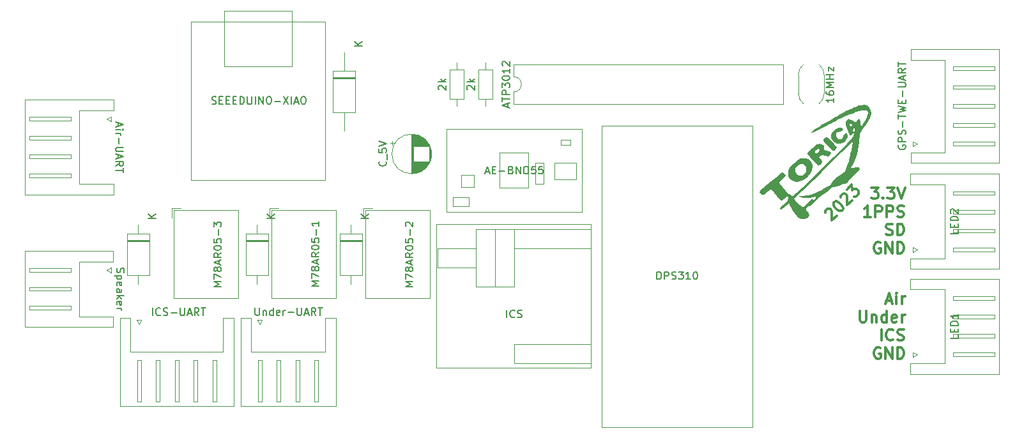
<source format=gbr>
%TF.GenerationSoftware,KiCad,Pcbnew,(6.0.9)*%
%TF.CreationDate,2023-06-09T23:35:08+09:00*%
%TF.ProjectId,PCB_Main,5043425f-4d61-4696-9e2e-6b696361645f,rev?*%
%TF.SameCoordinates,Original*%
%TF.FileFunction,Legend,Top*%
%TF.FilePolarity,Positive*%
%FSLAX46Y46*%
G04 Gerber Fmt 4.6, Leading zero omitted, Abs format (unit mm)*
G04 Created by KiCad (PCBNEW (6.0.9)) date 2023-06-09 23:35:08*
%MOMM*%
%LPD*%
G01*
G04 APERTURE LIST*
%ADD10C,0.300000*%
%ADD11C,0.150000*%
%ADD12C,0.120000*%
G04 APERTURE END LIST*
D10*
X175501902Y-73855452D02*
X175501902Y-73754436D01*
X175552410Y-73602913D01*
X175804948Y-73350375D01*
X175956471Y-73299868D01*
X176057486Y-73299868D01*
X176209009Y-73350375D01*
X176310024Y-73451391D01*
X176411040Y-73653421D01*
X176411040Y-74865604D01*
X177067639Y-74209005D01*
X176663578Y-72491746D02*
X176764593Y-72390730D01*
X176916116Y-72340223D01*
X177017131Y-72340223D01*
X177168654Y-72390730D01*
X177421192Y-72542253D01*
X177673730Y-72794791D01*
X177825253Y-73047330D01*
X177875761Y-73198852D01*
X177875761Y-73299868D01*
X177825253Y-73451391D01*
X177724238Y-73552406D01*
X177572715Y-73602913D01*
X177471700Y-73602913D01*
X177320177Y-73552406D01*
X177067639Y-73400883D01*
X176815101Y-73148345D01*
X176663578Y-72895807D01*
X176613070Y-72744284D01*
X176613070Y-72643269D01*
X176663578Y-72491746D01*
X177522208Y-71835147D02*
X177522208Y-71734131D01*
X177572715Y-71582608D01*
X177825253Y-71330070D01*
X177976776Y-71279563D01*
X178077791Y-71279563D01*
X178229314Y-71330070D01*
X178330330Y-71431086D01*
X178431345Y-71633116D01*
X178431345Y-72845299D01*
X179087944Y-72188700D01*
X178380837Y-70774486D02*
X179037436Y-70117887D01*
X179087944Y-70875502D01*
X179239467Y-70723979D01*
X179390990Y-70673471D01*
X179492005Y-70673471D01*
X179643528Y-70723979D01*
X179896066Y-70976517D01*
X179946574Y-71128040D01*
X179946574Y-71229055D01*
X179896066Y-71380578D01*
X179593020Y-71683624D01*
X179441497Y-71734131D01*
X179340482Y-71734131D01*
X181598142Y-70486071D02*
X182526714Y-70486071D01*
X182026714Y-71057500D01*
X182241000Y-71057500D01*
X182383857Y-71128928D01*
X182455285Y-71200357D01*
X182526714Y-71343214D01*
X182526714Y-71700357D01*
X182455285Y-71843214D01*
X182383857Y-71914642D01*
X182241000Y-71986071D01*
X181812428Y-71986071D01*
X181669571Y-71914642D01*
X181598142Y-71843214D01*
X183169571Y-71843214D02*
X183241000Y-71914642D01*
X183169571Y-71986071D01*
X183098142Y-71914642D01*
X183169571Y-71843214D01*
X183169571Y-71986071D01*
X183741000Y-70486071D02*
X184669571Y-70486071D01*
X184169571Y-71057500D01*
X184383857Y-71057500D01*
X184526714Y-71128928D01*
X184598142Y-71200357D01*
X184669571Y-71343214D01*
X184669571Y-71700357D01*
X184598142Y-71843214D01*
X184526714Y-71914642D01*
X184383857Y-71986071D01*
X183955285Y-71986071D01*
X183812428Y-71914642D01*
X183741000Y-71843214D01*
X185098142Y-70486071D02*
X185598142Y-71986071D01*
X186098142Y-70486071D01*
X181526714Y-74401071D02*
X180669571Y-74401071D01*
X181098142Y-74401071D02*
X181098142Y-72901071D01*
X180955285Y-73115357D01*
X180812428Y-73258214D01*
X180669571Y-73329642D01*
X182169571Y-74401071D02*
X182169571Y-72901071D01*
X182741000Y-72901071D01*
X182883857Y-72972500D01*
X182955285Y-73043928D01*
X183026714Y-73186785D01*
X183026714Y-73401071D01*
X182955285Y-73543928D01*
X182883857Y-73615357D01*
X182741000Y-73686785D01*
X182169571Y-73686785D01*
X183669571Y-74401071D02*
X183669571Y-72901071D01*
X184241000Y-72901071D01*
X184383857Y-72972500D01*
X184455285Y-73043928D01*
X184526714Y-73186785D01*
X184526714Y-73401071D01*
X184455285Y-73543928D01*
X184383857Y-73615357D01*
X184241000Y-73686785D01*
X183669571Y-73686785D01*
X185098142Y-74329642D02*
X185312428Y-74401071D01*
X185669571Y-74401071D01*
X185812428Y-74329642D01*
X185883857Y-74258214D01*
X185955285Y-74115357D01*
X185955285Y-73972500D01*
X185883857Y-73829642D01*
X185812428Y-73758214D01*
X185669571Y-73686785D01*
X185383857Y-73615357D01*
X185241000Y-73543928D01*
X185169571Y-73472500D01*
X185098142Y-73329642D01*
X185098142Y-73186785D01*
X185169571Y-73043928D01*
X185241000Y-72972500D01*
X185383857Y-72901071D01*
X185741000Y-72901071D01*
X185955285Y-72972500D01*
X183598142Y-76744642D02*
X183812428Y-76816071D01*
X184169571Y-76816071D01*
X184312428Y-76744642D01*
X184383857Y-76673214D01*
X184455285Y-76530357D01*
X184455285Y-76387500D01*
X184383857Y-76244642D01*
X184312428Y-76173214D01*
X184169571Y-76101785D01*
X183883857Y-76030357D01*
X183741000Y-75958928D01*
X183669571Y-75887500D01*
X183598142Y-75744642D01*
X183598142Y-75601785D01*
X183669571Y-75458928D01*
X183741000Y-75387500D01*
X183883857Y-75316071D01*
X184241000Y-75316071D01*
X184455285Y-75387500D01*
X185098142Y-76816071D02*
X185098142Y-75316071D01*
X185455285Y-75316071D01*
X185669571Y-75387500D01*
X185812428Y-75530357D01*
X185883857Y-75673214D01*
X185955285Y-75958928D01*
X185955285Y-76173214D01*
X185883857Y-76458928D01*
X185812428Y-76601785D01*
X185669571Y-76744642D01*
X185455285Y-76816071D01*
X185098142Y-76816071D01*
X182812428Y-77802500D02*
X182669571Y-77731071D01*
X182455285Y-77731071D01*
X182241000Y-77802500D01*
X182098142Y-77945357D01*
X182026714Y-78088214D01*
X181955285Y-78373928D01*
X181955285Y-78588214D01*
X182026714Y-78873928D01*
X182098142Y-79016785D01*
X182241000Y-79159642D01*
X182455285Y-79231071D01*
X182598142Y-79231071D01*
X182812428Y-79159642D01*
X182883857Y-79088214D01*
X182883857Y-78588214D01*
X182598142Y-78588214D01*
X183526714Y-79231071D02*
X183526714Y-77731071D01*
X184383857Y-79231071D01*
X184383857Y-77731071D01*
X185098142Y-79231071D02*
X185098142Y-77731071D01*
X185455285Y-77731071D01*
X185669571Y-77802500D01*
X185812428Y-77945357D01*
X185883857Y-78088214D01*
X185955285Y-78373928D01*
X185955285Y-78588214D01*
X185883857Y-78873928D01*
X185812428Y-79016785D01*
X185669571Y-79159642D01*
X185455285Y-79231071D01*
X185098142Y-79231071D01*
X183598142Y-85527500D02*
X184312428Y-85527500D01*
X183455285Y-85956071D02*
X183955285Y-84456071D01*
X184455285Y-85956071D01*
X184955285Y-85956071D02*
X184955285Y-84956071D01*
X184955285Y-84456071D02*
X184883857Y-84527500D01*
X184955285Y-84598928D01*
X185026714Y-84527500D01*
X184955285Y-84456071D01*
X184955285Y-84598928D01*
X185669571Y-85956071D02*
X185669571Y-84956071D01*
X185669571Y-85241785D02*
X185741000Y-85098928D01*
X185812428Y-85027500D01*
X185955285Y-84956071D01*
X186098142Y-84956071D01*
X180098142Y-86871071D02*
X180098142Y-88085357D01*
X180169571Y-88228214D01*
X180241000Y-88299642D01*
X180383857Y-88371071D01*
X180669571Y-88371071D01*
X180812428Y-88299642D01*
X180883857Y-88228214D01*
X180955285Y-88085357D01*
X180955285Y-86871071D01*
X181669571Y-87371071D02*
X181669571Y-88371071D01*
X181669571Y-87513928D02*
X181741000Y-87442500D01*
X181883857Y-87371071D01*
X182098142Y-87371071D01*
X182241000Y-87442500D01*
X182312428Y-87585357D01*
X182312428Y-88371071D01*
X183669571Y-88371071D02*
X183669571Y-86871071D01*
X183669571Y-88299642D02*
X183526714Y-88371071D01*
X183241000Y-88371071D01*
X183098142Y-88299642D01*
X183026714Y-88228214D01*
X182955285Y-88085357D01*
X182955285Y-87656785D01*
X183026714Y-87513928D01*
X183098142Y-87442500D01*
X183241000Y-87371071D01*
X183526714Y-87371071D01*
X183669571Y-87442500D01*
X184955285Y-88299642D02*
X184812428Y-88371071D01*
X184526714Y-88371071D01*
X184383857Y-88299642D01*
X184312428Y-88156785D01*
X184312428Y-87585357D01*
X184383857Y-87442500D01*
X184526714Y-87371071D01*
X184812428Y-87371071D01*
X184955285Y-87442500D01*
X185026714Y-87585357D01*
X185026714Y-87728214D01*
X184312428Y-87871071D01*
X185669571Y-88371071D02*
X185669571Y-87371071D01*
X185669571Y-87656785D02*
X185741000Y-87513928D01*
X185812428Y-87442500D01*
X185955285Y-87371071D01*
X186098142Y-87371071D01*
X182955285Y-90786071D02*
X182955285Y-89286071D01*
X184526714Y-90643214D02*
X184455285Y-90714642D01*
X184241000Y-90786071D01*
X184098142Y-90786071D01*
X183883857Y-90714642D01*
X183741000Y-90571785D01*
X183669571Y-90428928D01*
X183598142Y-90143214D01*
X183598142Y-89928928D01*
X183669571Y-89643214D01*
X183741000Y-89500357D01*
X183883857Y-89357500D01*
X184098142Y-89286071D01*
X184241000Y-89286071D01*
X184455285Y-89357500D01*
X184526714Y-89428928D01*
X185098142Y-90714642D02*
X185312428Y-90786071D01*
X185669571Y-90786071D01*
X185812428Y-90714642D01*
X185883857Y-90643214D01*
X185955285Y-90500357D01*
X185955285Y-90357500D01*
X185883857Y-90214642D01*
X185812428Y-90143214D01*
X185669571Y-90071785D01*
X185383857Y-90000357D01*
X185241000Y-89928928D01*
X185169571Y-89857500D01*
X185098142Y-89714642D01*
X185098142Y-89571785D01*
X185169571Y-89428928D01*
X185241000Y-89357500D01*
X185383857Y-89286071D01*
X185741000Y-89286071D01*
X185955285Y-89357500D01*
X182812428Y-91772500D02*
X182669571Y-91701071D01*
X182455285Y-91701071D01*
X182241000Y-91772500D01*
X182098142Y-91915357D01*
X182026714Y-92058214D01*
X181955285Y-92343928D01*
X181955285Y-92558214D01*
X182026714Y-92843928D01*
X182098142Y-92986785D01*
X182241000Y-93129642D01*
X182455285Y-93201071D01*
X182598142Y-93201071D01*
X182812428Y-93129642D01*
X182883857Y-93058214D01*
X182883857Y-92558214D01*
X182598142Y-92558214D01*
X183526714Y-93201071D02*
X183526714Y-91701071D01*
X184383857Y-93201071D01*
X184383857Y-91701071D01*
X185098142Y-93201071D02*
X185098142Y-91701071D01*
X185455285Y-91701071D01*
X185669571Y-91772500D01*
X185812428Y-91915357D01*
X185883857Y-92058214D01*
X185955285Y-92343928D01*
X185955285Y-92558214D01*
X185883857Y-92843928D01*
X185812428Y-92986785D01*
X185669571Y-93129642D01*
X185455285Y-93201071D01*
X185098142Y-93201071D01*
D11*
%TO.C,U1*%
X94218904Y-59397761D02*
X94361761Y-59445380D01*
X94599857Y-59445380D01*
X94695095Y-59397761D01*
X94742714Y-59350142D01*
X94790333Y-59254904D01*
X94790333Y-59159666D01*
X94742714Y-59064428D01*
X94695095Y-59016809D01*
X94599857Y-58969190D01*
X94409380Y-58921571D01*
X94314142Y-58873952D01*
X94266523Y-58826333D01*
X94218904Y-58731095D01*
X94218904Y-58635857D01*
X94266523Y-58540619D01*
X94314142Y-58493000D01*
X94409380Y-58445380D01*
X94647476Y-58445380D01*
X94790333Y-58493000D01*
X95218904Y-58921571D02*
X95552238Y-58921571D01*
X95695095Y-59445380D02*
X95218904Y-59445380D01*
X95218904Y-58445380D01*
X95695095Y-58445380D01*
X96123666Y-58921571D02*
X96457000Y-58921571D01*
X96599857Y-59445380D02*
X96123666Y-59445380D01*
X96123666Y-58445380D01*
X96599857Y-58445380D01*
X97028428Y-58921571D02*
X97361761Y-58921571D01*
X97504619Y-59445380D02*
X97028428Y-59445380D01*
X97028428Y-58445380D01*
X97504619Y-58445380D01*
X97933190Y-59445380D02*
X97933190Y-58445380D01*
X98171285Y-58445380D01*
X98314142Y-58493000D01*
X98409380Y-58588238D01*
X98457000Y-58683476D01*
X98504619Y-58873952D01*
X98504619Y-59016809D01*
X98457000Y-59207285D01*
X98409380Y-59302523D01*
X98314142Y-59397761D01*
X98171285Y-59445380D01*
X97933190Y-59445380D01*
X98933190Y-58445380D02*
X98933190Y-59254904D01*
X98980809Y-59350142D01*
X99028428Y-59397761D01*
X99123666Y-59445380D01*
X99314142Y-59445380D01*
X99409380Y-59397761D01*
X99457000Y-59350142D01*
X99504619Y-59254904D01*
X99504619Y-58445380D01*
X99980809Y-59445380D02*
X99980809Y-58445380D01*
X100457000Y-59445380D02*
X100457000Y-58445380D01*
X101028428Y-59445380D01*
X101028428Y-58445380D01*
X101695095Y-58445380D02*
X101885571Y-58445380D01*
X101980809Y-58493000D01*
X102076047Y-58588238D01*
X102123666Y-58778714D01*
X102123666Y-59112047D01*
X102076047Y-59302523D01*
X101980809Y-59397761D01*
X101885571Y-59445380D01*
X101695095Y-59445380D01*
X101599857Y-59397761D01*
X101504619Y-59302523D01*
X101457000Y-59112047D01*
X101457000Y-58778714D01*
X101504619Y-58588238D01*
X101599857Y-58493000D01*
X101695095Y-58445380D01*
X102552238Y-59064428D02*
X103314142Y-59064428D01*
X103695095Y-58445380D02*
X104361761Y-59445380D01*
X104361761Y-58445380D02*
X103695095Y-59445380D01*
X104742714Y-59445380D02*
X104742714Y-58445380D01*
X105171285Y-59159666D02*
X105647476Y-59159666D01*
X105076047Y-59445380D02*
X105409380Y-58445380D01*
X105742714Y-59445380D01*
X106266523Y-58445380D02*
X106457000Y-58445380D01*
X106552238Y-58493000D01*
X106647476Y-58588238D01*
X106695095Y-58778714D01*
X106695095Y-59112047D01*
X106647476Y-59302523D01*
X106552238Y-59397761D01*
X106457000Y-59445380D01*
X106266523Y-59445380D01*
X106171285Y-59397761D01*
X106076047Y-59302523D01*
X106028428Y-59112047D01*
X106028428Y-58778714D01*
X106076047Y-58588238D01*
X106171285Y-58493000D01*
X106266523Y-58445380D01*
%TO.C,GPS-UART1*%
X185225000Y-64880476D02*
X185177380Y-64975714D01*
X185177380Y-65118571D01*
X185225000Y-65261428D01*
X185320238Y-65356666D01*
X185415476Y-65404285D01*
X185605952Y-65451904D01*
X185748809Y-65451904D01*
X185939285Y-65404285D01*
X186034523Y-65356666D01*
X186129761Y-65261428D01*
X186177380Y-65118571D01*
X186177380Y-65023333D01*
X186129761Y-64880476D01*
X186082142Y-64832857D01*
X185748809Y-64832857D01*
X185748809Y-65023333D01*
X186177380Y-64404285D02*
X185177380Y-64404285D01*
X185177380Y-64023333D01*
X185225000Y-63928095D01*
X185272619Y-63880476D01*
X185367857Y-63832857D01*
X185510714Y-63832857D01*
X185605952Y-63880476D01*
X185653571Y-63928095D01*
X185701190Y-64023333D01*
X185701190Y-64404285D01*
X186129761Y-63451904D02*
X186177380Y-63309047D01*
X186177380Y-63070952D01*
X186129761Y-62975714D01*
X186082142Y-62928095D01*
X185986904Y-62880476D01*
X185891666Y-62880476D01*
X185796428Y-62928095D01*
X185748809Y-62975714D01*
X185701190Y-63070952D01*
X185653571Y-63261428D01*
X185605952Y-63356666D01*
X185558333Y-63404285D01*
X185463095Y-63451904D01*
X185367857Y-63451904D01*
X185272619Y-63404285D01*
X185225000Y-63356666D01*
X185177380Y-63261428D01*
X185177380Y-63023333D01*
X185225000Y-62880476D01*
X185796428Y-62451904D02*
X185796428Y-61690000D01*
X185177380Y-61356666D02*
X185177380Y-60785238D01*
X186177380Y-61070952D02*
X185177380Y-61070952D01*
X185177380Y-60547142D02*
X186177380Y-60309047D01*
X185463095Y-60118571D01*
X186177380Y-59928095D01*
X185177380Y-59690000D01*
X185653571Y-59309047D02*
X185653571Y-58975714D01*
X186177380Y-58832857D02*
X186177380Y-59309047D01*
X185177380Y-59309047D01*
X185177380Y-58832857D01*
X185796428Y-58404285D02*
X185796428Y-57642380D01*
X185177380Y-57166190D02*
X185986904Y-57166190D01*
X186082142Y-57118571D01*
X186129761Y-57070952D01*
X186177380Y-56975714D01*
X186177380Y-56785238D01*
X186129761Y-56690000D01*
X186082142Y-56642380D01*
X185986904Y-56594761D01*
X185177380Y-56594761D01*
X185891666Y-56166190D02*
X185891666Y-55690000D01*
X186177380Y-56261428D02*
X185177380Y-55928095D01*
X186177380Y-55594761D01*
X186177380Y-54690000D02*
X185701190Y-55023333D01*
X186177380Y-55261428D02*
X185177380Y-55261428D01*
X185177380Y-54880476D01*
X185225000Y-54785238D01*
X185272619Y-54737619D01*
X185367857Y-54690000D01*
X185510714Y-54690000D01*
X185605952Y-54737619D01*
X185653571Y-54785238D01*
X185701190Y-54880476D01*
X185701190Y-55261428D01*
X185177380Y-54404285D02*
X185177380Y-53832857D01*
X186177380Y-54118571D02*
X185177380Y-54118571D01*
%TO.C,D4*%
X115013824Y-74556904D02*
X114013824Y-74556904D01*
X115013824Y-73985476D02*
X114442396Y-74414047D01*
X114013824Y-73985476D02*
X114585253Y-74556904D01*
%TO.C,ATP3012*%
X133406666Y-59833809D02*
X133406666Y-59357619D01*
X133692380Y-59929047D02*
X132692380Y-59595714D01*
X133692380Y-59262380D01*
X132692380Y-59071904D02*
X132692380Y-58500476D01*
X133692380Y-58786190D02*
X132692380Y-58786190D01*
X133692380Y-58167142D02*
X132692380Y-58167142D01*
X132692380Y-57786190D01*
X132740000Y-57690952D01*
X132787619Y-57643333D01*
X132882857Y-57595714D01*
X133025714Y-57595714D01*
X133120952Y-57643333D01*
X133168571Y-57690952D01*
X133216190Y-57786190D01*
X133216190Y-58167142D01*
X132692380Y-57262380D02*
X132692380Y-56643333D01*
X133073333Y-56976666D01*
X133073333Y-56833809D01*
X133120952Y-56738571D01*
X133168571Y-56690952D01*
X133263809Y-56643333D01*
X133501904Y-56643333D01*
X133597142Y-56690952D01*
X133644761Y-56738571D01*
X133692380Y-56833809D01*
X133692380Y-57119523D01*
X133644761Y-57214761D01*
X133597142Y-57262380D01*
X132692380Y-56024285D02*
X132692380Y-55929047D01*
X132740000Y-55833809D01*
X132787619Y-55786190D01*
X132882857Y-55738571D01*
X133073333Y-55690952D01*
X133311428Y-55690952D01*
X133501904Y-55738571D01*
X133597142Y-55786190D01*
X133644761Y-55833809D01*
X133692380Y-55929047D01*
X133692380Y-56024285D01*
X133644761Y-56119523D01*
X133597142Y-56167142D01*
X133501904Y-56214761D01*
X133311428Y-56262380D01*
X133073333Y-56262380D01*
X132882857Y-56214761D01*
X132787619Y-56167142D01*
X132740000Y-56119523D01*
X132692380Y-56024285D01*
X133692380Y-54738571D02*
X133692380Y-55310000D01*
X133692380Y-55024285D02*
X132692380Y-55024285D01*
X132835238Y-55119523D01*
X132930476Y-55214761D01*
X132978095Y-55310000D01*
X132787619Y-54357619D02*
X132740000Y-54310000D01*
X132692380Y-54214761D01*
X132692380Y-53976666D01*
X132740000Y-53881428D01*
X132787619Y-53833809D01*
X132882857Y-53786190D01*
X132978095Y-53786190D01*
X133120952Y-53833809D01*
X133692380Y-54405238D01*
X133692380Y-53786190D01*
%TO.C,M78AR05-2*%
X120860824Y-83636904D02*
X119860824Y-83636904D01*
X120575110Y-83303571D01*
X119860824Y-82970238D01*
X120860824Y-82970238D01*
X119860824Y-82589285D02*
X119860824Y-81922619D01*
X120860824Y-82351190D01*
X120289396Y-81398809D02*
X120241777Y-81494047D01*
X120194158Y-81541666D01*
X120098920Y-81589285D01*
X120051301Y-81589285D01*
X119956063Y-81541666D01*
X119908444Y-81494047D01*
X119860824Y-81398809D01*
X119860824Y-81208333D01*
X119908444Y-81113095D01*
X119956063Y-81065476D01*
X120051301Y-81017857D01*
X120098920Y-81017857D01*
X120194158Y-81065476D01*
X120241777Y-81113095D01*
X120289396Y-81208333D01*
X120289396Y-81398809D01*
X120337015Y-81494047D01*
X120384634Y-81541666D01*
X120479872Y-81589285D01*
X120670348Y-81589285D01*
X120765586Y-81541666D01*
X120813205Y-81494047D01*
X120860824Y-81398809D01*
X120860824Y-81208333D01*
X120813205Y-81113095D01*
X120765586Y-81065476D01*
X120670348Y-81017857D01*
X120479872Y-81017857D01*
X120384634Y-81065476D01*
X120337015Y-81113095D01*
X120289396Y-81208333D01*
X120575110Y-80636904D02*
X120575110Y-80160714D01*
X120860824Y-80732142D02*
X119860824Y-80398809D01*
X120860824Y-80065476D01*
X120860824Y-79160714D02*
X120384634Y-79494047D01*
X120860824Y-79732142D02*
X119860824Y-79732142D01*
X119860824Y-79351190D01*
X119908444Y-79255952D01*
X119956063Y-79208333D01*
X120051301Y-79160714D01*
X120194158Y-79160714D01*
X120289396Y-79208333D01*
X120337015Y-79255952D01*
X120384634Y-79351190D01*
X120384634Y-79732142D01*
X119860824Y-78541666D02*
X119860824Y-78446428D01*
X119908444Y-78351190D01*
X119956063Y-78303571D01*
X120051301Y-78255952D01*
X120241777Y-78208333D01*
X120479872Y-78208333D01*
X120670348Y-78255952D01*
X120765586Y-78303571D01*
X120813205Y-78351190D01*
X120860824Y-78446428D01*
X120860824Y-78541666D01*
X120813205Y-78636904D01*
X120765586Y-78684523D01*
X120670348Y-78732142D01*
X120479872Y-78779761D01*
X120241777Y-78779761D01*
X120051301Y-78732142D01*
X119956063Y-78684523D01*
X119908444Y-78636904D01*
X119860824Y-78541666D01*
X119860824Y-77303571D02*
X119860824Y-77779761D01*
X120337015Y-77827380D01*
X120289396Y-77779761D01*
X120241777Y-77684523D01*
X120241777Y-77446428D01*
X120289396Y-77351190D01*
X120337015Y-77303571D01*
X120432253Y-77255952D01*
X120670348Y-77255952D01*
X120765586Y-77303571D01*
X120813205Y-77351190D01*
X120860824Y-77446428D01*
X120860824Y-77684523D01*
X120813205Y-77779761D01*
X120765586Y-77827380D01*
X120479872Y-76827380D02*
X120479872Y-76065476D01*
X119956063Y-75636904D02*
X119908444Y-75589285D01*
X119860824Y-75494047D01*
X119860824Y-75255952D01*
X119908444Y-75160714D01*
X119956063Y-75113095D01*
X120051301Y-75065476D01*
X120146539Y-75065476D01*
X120289396Y-75113095D01*
X120860824Y-75684523D01*
X120860824Y-75065476D01*
%TO.C,LED2*%
X193111380Y-76109047D02*
X193111380Y-76585238D01*
X192111380Y-76585238D01*
X192587571Y-75775714D02*
X192587571Y-75442380D01*
X193111380Y-75299523D02*
X193111380Y-75775714D01*
X192111380Y-75775714D01*
X192111380Y-75299523D01*
X193111380Y-74870952D02*
X192111380Y-74870952D01*
X192111380Y-74632857D01*
X192159000Y-74490000D01*
X192254238Y-74394761D01*
X192349476Y-74347142D01*
X192539952Y-74299523D01*
X192682809Y-74299523D01*
X192873285Y-74347142D01*
X192968523Y-74394761D01*
X193063761Y-74490000D01*
X193111380Y-74632857D01*
X193111380Y-74870952D01*
X192206619Y-73918571D02*
X192159000Y-73870952D01*
X192111380Y-73775714D01*
X192111380Y-73537619D01*
X192159000Y-73442380D01*
X192206619Y-73394761D01*
X192301857Y-73347142D01*
X192397095Y-73347142D01*
X192539952Y-73394761D01*
X193111380Y-73966190D01*
X193111380Y-73347142D01*
%TO.C,ICS-UART1*%
X86360428Y-87468380D02*
X86360428Y-86468380D01*
X87408047Y-87373142D02*
X87360428Y-87420761D01*
X87217571Y-87468380D01*
X87122333Y-87468380D01*
X86979476Y-87420761D01*
X86884238Y-87325523D01*
X86836619Y-87230285D01*
X86789000Y-87039809D01*
X86789000Y-86896952D01*
X86836619Y-86706476D01*
X86884238Y-86611238D01*
X86979476Y-86516000D01*
X87122333Y-86468380D01*
X87217571Y-86468380D01*
X87360428Y-86516000D01*
X87408047Y-86563619D01*
X87789000Y-87420761D02*
X87931857Y-87468380D01*
X88169952Y-87468380D01*
X88265190Y-87420761D01*
X88312809Y-87373142D01*
X88360428Y-87277904D01*
X88360428Y-87182666D01*
X88312809Y-87087428D01*
X88265190Y-87039809D01*
X88169952Y-86992190D01*
X87979476Y-86944571D01*
X87884238Y-86896952D01*
X87836619Y-86849333D01*
X87789000Y-86754095D01*
X87789000Y-86658857D01*
X87836619Y-86563619D01*
X87884238Y-86516000D01*
X87979476Y-86468380D01*
X88217571Y-86468380D01*
X88360428Y-86516000D01*
X88789000Y-87087428D02*
X89550904Y-87087428D01*
X90027095Y-86468380D02*
X90027095Y-87277904D01*
X90074714Y-87373142D01*
X90122333Y-87420761D01*
X90217571Y-87468380D01*
X90408047Y-87468380D01*
X90503285Y-87420761D01*
X90550904Y-87373142D01*
X90598523Y-87277904D01*
X90598523Y-86468380D01*
X91027095Y-87182666D02*
X91503285Y-87182666D01*
X90931857Y-87468380D02*
X91265190Y-86468380D01*
X91598523Y-87468380D01*
X92503285Y-87468380D02*
X92169952Y-86992190D01*
X91931857Y-87468380D02*
X91931857Y-86468380D01*
X92312809Y-86468380D01*
X92408047Y-86516000D01*
X92455666Y-86563619D01*
X92503285Y-86658857D01*
X92503285Y-86801714D01*
X92455666Y-86896952D01*
X92408047Y-86944571D01*
X92312809Y-86992190D01*
X91931857Y-86992190D01*
X92789000Y-86468380D02*
X93360428Y-86468380D01*
X93074714Y-87468380D02*
X93074714Y-86468380D01*
%TO.C,R2*%
X124312619Y-57510476D02*
X124265000Y-57462857D01*
X124217380Y-57367619D01*
X124217380Y-57129523D01*
X124265000Y-57034285D01*
X124312619Y-56986666D01*
X124407857Y-56939047D01*
X124503095Y-56939047D01*
X124645952Y-56986666D01*
X125217380Y-57558095D01*
X125217380Y-56939047D01*
X125217380Y-56510476D02*
X124217380Y-56510476D01*
X124836428Y-56415238D02*
X125217380Y-56129523D01*
X124550714Y-56129523D02*
X124931666Y-56510476D01*
%TO.C,Under-UART1*%
X99953047Y-86447380D02*
X99953047Y-87256904D01*
X100000666Y-87352142D01*
X100048285Y-87399761D01*
X100143523Y-87447380D01*
X100334000Y-87447380D01*
X100429238Y-87399761D01*
X100476857Y-87352142D01*
X100524476Y-87256904D01*
X100524476Y-86447380D01*
X101000666Y-86780714D02*
X101000666Y-87447380D01*
X101000666Y-86875952D02*
X101048285Y-86828333D01*
X101143523Y-86780714D01*
X101286380Y-86780714D01*
X101381619Y-86828333D01*
X101429238Y-86923571D01*
X101429238Y-87447380D01*
X102334000Y-87447380D02*
X102334000Y-86447380D01*
X102334000Y-87399761D02*
X102238761Y-87447380D01*
X102048285Y-87447380D01*
X101953047Y-87399761D01*
X101905428Y-87352142D01*
X101857809Y-87256904D01*
X101857809Y-86971190D01*
X101905428Y-86875952D01*
X101953047Y-86828333D01*
X102048285Y-86780714D01*
X102238761Y-86780714D01*
X102334000Y-86828333D01*
X103191142Y-87399761D02*
X103095904Y-87447380D01*
X102905428Y-87447380D01*
X102810190Y-87399761D01*
X102762571Y-87304523D01*
X102762571Y-86923571D01*
X102810190Y-86828333D01*
X102905428Y-86780714D01*
X103095904Y-86780714D01*
X103191142Y-86828333D01*
X103238761Y-86923571D01*
X103238761Y-87018809D01*
X102762571Y-87114047D01*
X103667333Y-87447380D02*
X103667333Y-86780714D01*
X103667333Y-86971190D02*
X103714952Y-86875952D01*
X103762571Y-86828333D01*
X103857809Y-86780714D01*
X103953047Y-86780714D01*
X104286380Y-87066428D02*
X105048285Y-87066428D01*
X105524476Y-86447380D02*
X105524476Y-87256904D01*
X105572095Y-87352142D01*
X105619714Y-87399761D01*
X105714952Y-87447380D01*
X105905428Y-87447380D01*
X106000666Y-87399761D01*
X106048285Y-87352142D01*
X106095904Y-87256904D01*
X106095904Y-86447380D01*
X106524476Y-87161666D02*
X107000666Y-87161666D01*
X106429238Y-87447380D02*
X106762571Y-86447380D01*
X107095904Y-87447380D01*
X108000666Y-87447380D02*
X107667333Y-86971190D01*
X107429238Y-87447380D02*
X107429238Y-86447380D01*
X107810190Y-86447380D01*
X107905428Y-86495000D01*
X107953047Y-86542619D01*
X108000666Y-86637857D01*
X108000666Y-86780714D01*
X107953047Y-86875952D01*
X107905428Y-86923571D01*
X107810190Y-86971190D01*
X107429238Y-86971190D01*
X108286380Y-86447380D02*
X108857809Y-86447380D01*
X108572095Y-87447380D02*
X108572095Y-86447380D01*
%TO.C,ICS-board1*%
X133313809Y-87752380D02*
X133313809Y-86752380D01*
X134361428Y-87657142D02*
X134313809Y-87704761D01*
X134170952Y-87752380D01*
X134075714Y-87752380D01*
X133932857Y-87704761D01*
X133837619Y-87609523D01*
X133790000Y-87514285D01*
X133742380Y-87323809D01*
X133742380Y-87180952D01*
X133790000Y-86990476D01*
X133837619Y-86895238D01*
X133932857Y-86800000D01*
X134075714Y-86752380D01*
X134170952Y-86752380D01*
X134313809Y-86800000D01*
X134361428Y-86847619D01*
X134742380Y-87704761D02*
X134885238Y-87752380D01*
X135123333Y-87752380D01*
X135218571Y-87704761D01*
X135266190Y-87657142D01*
X135313809Y-87561904D01*
X135313809Y-87466666D01*
X135266190Y-87371428D01*
X135218571Y-87323809D01*
X135123333Y-87276190D01*
X134932857Y-87228571D01*
X134837619Y-87180952D01*
X134790000Y-87133333D01*
X134742380Y-87038095D01*
X134742380Y-86942857D01*
X134790000Y-86847619D01*
X134837619Y-86800000D01*
X134932857Y-86752380D01*
X135170952Y-86752380D01*
X135313809Y-86800000D01*
%TO.C,Air-UART1*%
X81769333Y-61912904D02*
X81769333Y-62389095D01*
X81483619Y-61817666D02*
X82483619Y-62151000D01*
X81483619Y-62484333D01*
X81483619Y-62817666D02*
X82150285Y-62817666D01*
X82483619Y-62817666D02*
X82436000Y-62770047D01*
X82388380Y-62817666D01*
X82436000Y-62865285D01*
X82483619Y-62817666D01*
X82388380Y-62817666D01*
X81483619Y-63293857D02*
X82150285Y-63293857D01*
X81959809Y-63293857D02*
X82055047Y-63341476D01*
X82102666Y-63389095D01*
X82150285Y-63484333D01*
X82150285Y-63579571D01*
X81864571Y-63912904D02*
X81864571Y-64674809D01*
X82483619Y-65151000D02*
X81674095Y-65151000D01*
X81578857Y-65198619D01*
X81531238Y-65246238D01*
X81483619Y-65341476D01*
X81483619Y-65531952D01*
X81531238Y-65627190D01*
X81578857Y-65674809D01*
X81674095Y-65722428D01*
X82483619Y-65722428D01*
X81769333Y-66151000D02*
X81769333Y-66627190D01*
X81483619Y-66055761D02*
X82483619Y-66389095D01*
X81483619Y-66722428D01*
X81483619Y-67627190D02*
X81959809Y-67293857D01*
X81483619Y-67055761D02*
X82483619Y-67055761D01*
X82483619Y-67436714D01*
X82436000Y-67531952D01*
X82388380Y-67579571D01*
X82293142Y-67627190D01*
X82150285Y-67627190D01*
X82055047Y-67579571D01*
X82007428Y-67531952D01*
X81959809Y-67436714D01*
X81959809Y-67055761D01*
X82483619Y-67912904D02*
X82483619Y-68484333D01*
X81483619Y-68198619D02*
X82483619Y-68198619D01*
%TO.C,D2*%
X102567824Y-74556904D02*
X101567824Y-74556904D01*
X102567824Y-73985476D02*
X101996396Y-74414047D01*
X101567824Y-73985476D02*
X102139253Y-74556904D01*
%TO.C,R1*%
X128107619Y-57510476D02*
X128060000Y-57462857D01*
X128012380Y-57367619D01*
X128012380Y-57129523D01*
X128060000Y-57034285D01*
X128107619Y-56986666D01*
X128202857Y-56939047D01*
X128298095Y-56939047D01*
X128440952Y-56986666D01*
X129012380Y-57558095D01*
X129012380Y-56939047D01*
X129012380Y-56510476D02*
X128012380Y-56510476D01*
X128631428Y-56415238D02*
X129012380Y-56129523D01*
X128345714Y-56129523D02*
X128726666Y-56510476D01*
%TO.C,Y1*%
X176652380Y-58629523D02*
X176652380Y-59200952D01*
X176652380Y-58915238D02*
X175652380Y-58915238D01*
X175795238Y-59010476D01*
X175890476Y-59105714D01*
X175938095Y-59200952D01*
X175652380Y-57772380D02*
X175652380Y-57962857D01*
X175700000Y-58058095D01*
X175747619Y-58105714D01*
X175890476Y-58200952D01*
X176080952Y-58248571D01*
X176461904Y-58248571D01*
X176557142Y-58200952D01*
X176604761Y-58153333D01*
X176652380Y-58058095D01*
X176652380Y-57867619D01*
X176604761Y-57772380D01*
X176557142Y-57724761D01*
X176461904Y-57677142D01*
X176223809Y-57677142D01*
X176128571Y-57724761D01*
X176080952Y-57772380D01*
X176033333Y-57867619D01*
X176033333Y-58058095D01*
X176080952Y-58153333D01*
X176128571Y-58200952D01*
X176223809Y-58248571D01*
X176652380Y-57248571D02*
X175652380Y-57248571D01*
X176366666Y-56915238D01*
X175652380Y-56581904D01*
X176652380Y-56581904D01*
X176652380Y-56105714D02*
X175652380Y-56105714D01*
X176128571Y-56105714D02*
X176128571Y-55534285D01*
X176652380Y-55534285D02*
X175652380Y-55534285D01*
X175985714Y-55058095D02*
X175985714Y-54534285D01*
X176652380Y-55058095D01*
X176652380Y-54534285D01*
%TO.C,Speaker1*%
X81637238Y-81185095D02*
X81589619Y-81327952D01*
X81589619Y-81566047D01*
X81637238Y-81661285D01*
X81684857Y-81708904D01*
X81780095Y-81756523D01*
X81875333Y-81756523D01*
X81970571Y-81708904D01*
X82018190Y-81661285D01*
X82065809Y-81566047D01*
X82113428Y-81375571D01*
X82161047Y-81280333D01*
X82208666Y-81232714D01*
X82303904Y-81185095D01*
X82399142Y-81185095D01*
X82494380Y-81232714D01*
X82542000Y-81280333D01*
X82589619Y-81375571D01*
X82589619Y-81613666D01*
X82542000Y-81756523D01*
X82256285Y-82185095D02*
X81256285Y-82185095D01*
X82208666Y-82185095D02*
X82256285Y-82280333D01*
X82256285Y-82470809D01*
X82208666Y-82566047D01*
X82161047Y-82613666D01*
X82065809Y-82661285D01*
X81780095Y-82661285D01*
X81684857Y-82613666D01*
X81637238Y-82566047D01*
X81589619Y-82470809D01*
X81589619Y-82280333D01*
X81637238Y-82185095D01*
X81637238Y-83470809D02*
X81589619Y-83375571D01*
X81589619Y-83185095D01*
X81637238Y-83089857D01*
X81732476Y-83042238D01*
X82113428Y-83042238D01*
X82208666Y-83089857D01*
X82256285Y-83185095D01*
X82256285Y-83375571D01*
X82208666Y-83470809D01*
X82113428Y-83518428D01*
X82018190Y-83518428D01*
X81922952Y-83042238D01*
X81589619Y-84375571D02*
X82113428Y-84375571D01*
X82208666Y-84327952D01*
X82256285Y-84232714D01*
X82256285Y-84042238D01*
X82208666Y-83947000D01*
X81637238Y-84375571D02*
X81589619Y-84280333D01*
X81589619Y-84042238D01*
X81637238Y-83947000D01*
X81732476Y-83899380D01*
X81827714Y-83899380D01*
X81922952Y-83947000D01*
X81970571Y-84042238D01*
X81970571Y-84280333D01*
X82018190Y-84375571D01*
X81589619Y-84851761D02*
X82589619Y-84851761D01*
X81970571Y-84947000D02*
X81589619Y-85232714D01*
X82256285Y-85232714D02*
X81875333Y-84851761D01*
X81637238Y-86042238D02*
X81589619Y-85947000D01*
X81589619Y-85756523D01*
X81637238Y-85661285D01*
X81732476Y-85613666D01*
X82113428Y-85613666D01*
X82208666Y-85661285D01*
X82256285Y-85756523D01*
X82256285Y-85947000D01*
X82208666Y-86042238D01*
X82113428Y-86089857D01*
X82018190Y-86089857D01*
X81922952Y-85613666D01*
X81589619Y-86518428D02*
X82256285Y-86518428D01*
X82065809Y-86518428D02*
X82161047Y-86566047D01*
X82208666Y-86613666D01*
X82256285Y-86708904D01*
X82256285Y-86804142D01*
%TO.C,M78AR05-3*%
X95460824Y-83636904D02*
X94460824Y-83636904D01*
X95175110Y-83303571D01*
X94460824Y-82970238D01*
X95460824Y-82970238D01*
X94460824Y-82589285D02*
X94460824Y-81922619D01*
X95460824Y-82351190D01*
X94889396Y-81398809D02*
X94841777Y-81494047D01*
X94794158Y-81541666D01*
X94698920Y-81589285D01*
X94651301Y-81589285D01*
X94556063Y-81541666D01*
X94508444Y-81494047D01*
X94460824Y-81398809D01*
X94460824Y-81208333D01*
X94508444Y-81113095D01*
X94556063Y-81065476D01*
X94651301Y-81017857D01*
X94698920Y-81017857D01*
X94794158Y-81065476D01*
X94841777Y-81113095D01*
X94889396Y-81208333D01*
X94889396Y-81398809D01*
X94937015Y-81494047D01*
X94984634Y-81541666D01*
X95079872Y-81589285D01*
X95270348Y-81589285D01*
X95365586Y-81541666D01*
X95413205Y-81494047D01*
X95460824Y-81398809D01*
X95460824Y-81208333D01*
X95413205Y-81113095D01*
X95365586Y-81065476D01*
X95270348Y-81017857D01*
X95079872Y-81017857D01*
X94984634Y-81065476D01*
X94937015Y-81113095D01*
X94889396Y-81208333D01*
X95175110Y-80636904D02*
X95175110Y-80160714D01*
X95460824Y-80732142D02*
X94460824Y-80398809D01*
X95460824Y-80065476D01*
X95460824Y-79160714D02*
X94984634Y-79494047D01*
X95460824Y-79732142D02*
X94460824Y-79732142D01*
X94460824Y-79351190D01*
X94508444Y-79255952D01*
X94556063Y-79208333D01*
X94651301Y-79160714D01*
X94794158Y-79160714D01*
X94889396Y-79208333D01*
X94937015Y-79255952D01*
X94984634Y-79351190D01*
X94984634Y-79732142D01*
X94460824Y-78541666D02*
X94460824Y-78446428D01*
X94508444Y-78351190D01*
X94556063Y-78303571D01*
X94651301Y-78255952D01*
X94841777Y-78208333D01*
X95079872Y-78208333D01*
X95270348Y-78255952D01*
X95365586Y-78303571D01*
X95413205Y-78351190D01*
X95460824Y-78446428D01*
X95460824Y-78541666D01*
X95413205Y-78636904D01*
X95365586Y-78684523D01*
X95270348Y-78732142D01*
X95079872Y-78779761D01*
X94841777Y-78779761D01*
X94651301Y-78732142D01*
X94556063Y-78684523D01*
X94508444Y-78636904D01*
X94460824Y-78541666D01*
X94460824Y-77303571D02*
X94460824Y-77779761D01*
X94937015Y-77827380D01*
X94889396Y-77779761D01*
X94841777Y-77684523D01*
X94841777Y-77446428D01*
X94889396Y-77351190D01*
X94937015Y-77303571D01*
X95032253Y-77255952D01*
X95270348Y-77255952D01*
X95365586Y-77303571D01*
X95413205Y-77351190D01*
X95460824Y-77446428D01*
X95460824Y-77684523D01*
X95413205Y-77779761D01*
X95365586Y-77827380D01*
X95079872Y-76827380D02*
X95079872Y-76065476D01*
X94460824Y-75684523D02*
X94460824Y-75065476D01*
X94841777Y-75398809D01*
X94841777Y-75255952D01*
X94889396Y-75160714D01*
X94937015Y-75113095D01*
X95032253Y-75065476D01*
X95270348Y-75065476D01*
X95365586Y-75113095D01*
X95413205Y-75160714D01*
X95460824Y-75255952D01*
X95460824Y-75541666D01*
X95413205Y-75636904D01*
X95365586Y-75684523D01*
%TO.C,C1*%
X117262030Y-67016190D02*
X117309649Y-67063809D01*
X117357268Y-67206666D01*
X117357268Y-67301904D01*
X117309649Y-67444761D01*
X117214411Y-67540000D01*
X117119173Y-67587619D01*
X116928697Y-67635238D01*
X116785840Y-67635238D01*
X116595364Y-67587619D01*
X116500126Y-67540000D01*
X116404888Y-67444761D01*
X116357268Y-67301904D01*
X116357268Y-67206666D01*
X116404888Y-67063809D01*
X116452507Y-67016190D01*
X117452507Y-66825714D02*
X117452507Y-66063809D01*
X116357268Y-65349523D02*
X116357268Y-65825714D01*
X116833459Y-65873333D01*
X116785840Y-65825714D01*
X116738221Y-65730476D01*
X116738221Y-65492380D01*
X116785840Y-65397142D01*
X116833459Y-65349523D01*
X116928697Y-65301904D01*
X117166792Y-65301904D01*
X117262030Y-65349523D01*
X117309649Y-65397142D01*
X117357268Y-65492380D01*
X117357268Y-65730476D01*
X117309649Y-65825714D01*
X117262030Y-65873333D01*
X116357268Y-65016190D02*
X117357268Y-64682857D01*
X116357268Y-64349523D01*
%TO.C,DPS310*%
X153213333Y-82672380D02*
X153213333Y-81672380D01*
X153451428Y-81672380D01*
X153594285Y-81720000D01*
X153689523Y-81815238D01*
X153737142Y-81910476D01*
X153784761Y-82100952D01*
X153784761Y-82243809D01*
X153737142Y-82434285D01*
X153689523Y-82529523D01*
X153594285Y-82624761D01*
X153451428Y-82672380D01*
X153213333Y-82672380D01*
X154213333Y-82672380D02*
X154213333Y-81672380D01*
X154594285Y-81672380D01*
X154689523Y-81720000D01*
X154737142Y-81767619D01*
X154784761Y-81862857D01*
X154784761Y-82005714D01*
X154737142Y-82100952D01*
X154689523Y-82148571D01*
X154594285Y-82196190D01*
X154213333Y-82196190D01*
X155165714Y-82624761D02*
X155308571Y-82672380D01*
X155546666Y-82672380D01*
X155641904Y-82624761D01*
X155689523Y-82577142D01*
X155737142Y-82481904D01*
X155737142Y-82386666D01*
X155689523Y-82291428D01*
X155641904Y-82243809D01*
X155546666Y-82196190D01*
X155356190Y-82148571D01*
X155260952Y-82100952D01*
X155213333Y-82053333D01*
X155165714Y-81958095D01*
X155165714Y-81862857D01*
X155213333Y-81767619D01*
X155260952Y-81720000D01*
X155356190Y-81672380D01*
X155594285Y-81672380D01*
X155737142Y-81720000D01*
X156070476Y-81672380D02*
X156689523Y-81672380D01*
X156356190Y-82053333D01*
X156499047Y-82053333D01*
X156594285Y-82100952D01*
X156641904Y-82148571D01*
X156689523Y-82243809D01*
X156689523Y-82481904D01*
X156641904Y-82577142D01*
X156594285Y-82624761D01*
X156499047Y-82672380D01*
X156213333Y-82672380D01*
X156118095Y-82624761D01*
X156070476Y-82577142D01*
X157641904Y-82672380D02*
X157070476Y-82672380D01*
X157356190Y-82672380D02*
X157356190Y-81672380D01*
X157260952Y-81815238D01*
X157165714Y-81910476D01*
X157070476Y-81958095D01*
X158260952Y-81672380D02*
X158356190Y-81672380D01*
X158451428Y-81720000D01*
X158499047Y-81767619D01*
X158546666Y-81862857D01*
X158594285Y-82053333D01*
X158594285Y-82291428D01*
X158546666Y-82481904D01*
X158499047Y-82577142D01*
X158451428Y-82624761D01*
X158356190Y-82672380D01*
X158260952Y-82672380D01*
X158165714Y-82624761D01*
X158118095Y-82577142D01*
X158070476Y-82481904D01*
X158022857Y-82291428D01*
X158022857Y-82053333D01*
X158070476Y-81862857D01*
X158118095Y-81767619D01*
X158165714Y-81720000D01*
X158260952Y-81672380D01*
%TO.C,M78AR05-1*%
X108414824Y-83586404D02*
X107414824Y-83586404D01*
X108129110Y-83253071D01*
X107414824Y-82919738D01*
X108414824Y-82919738D01*
X107414824Y-82538785D02*
X107414824Y-81872119D01*
X108414824Y-82300690D01*
X107843396Y-81348309D02*
X107795777Y-81443547D01*
X107748158Y-81491166D01*
X107652920Y-81538785D01*
X107605301Y-81538785D01*
X107510063Y-81491166D01*
X107462444Y-81443547D01*
X107414824Y-81348309D01*
X107414824Y-81157833D01*
X107462444Y-81062595D01*
X107510063Y-81014976D01*
X107605301Y-80967357D01*
X107652920Y-80967357D01*
X107748158Y-81014976D01*
X107795777Y-81062595D01*
X107843396Y-81157833D01*
X107843396Y-81348309D01*
X107891015Y-81443547D01*
X107938634Y-81491166D01*
X108033872Y-81538785D01*
X108224348Y-81538785D01*
X108319586Y-81491166D01*
X108367205Y-81443547D01*
X108414824Y-81348309D01*
X108414824Y-81157833D01*
X108367205Y-81062595D01*
X108319586Y-81014976D01*
X108224348Y-80967357D01*
X108033872Y-80967357D01*
X107938634Y-81014976D01*
X107891015Y-81062595D01*
X107843396Y-81157833D01*
X108129110Y-80586404D02*
X108129110Y-80110214D01*
X108414824Y-80681642D02*
X107414824Y-80348309D01*
X108414824Y-80014976D01*
X108414824Y-79110214D02*
X107938634Y-79443547D01*
X108414824Y-79681642D02*
X107414824Y-79681642D01*
X107414824Y-79300690D01*
X107462444Y-79205452D01*
X107510063Y-79157833D01*
X107605301Y-79110214D01*
X107748158Y-79110214D01*
X107843396Y-79157833D01*
X107891015Y-79205452D01*
X107938634Y-79300690D01*
X107938634Y-79681642D01*
X107414824Y-78491166D02*
X107414824Y-78395928D01*
X107462444Y-78300690D01*
X107510063Y-78253071D01*
X107605301Y-78205452D01*
X107795777Y-78157833D01*
X108033872Y-78157833D01*
X108224348Y-78205452D01*
X108319586Y-78253071D01*
X108367205Y-78300690D01*
X108414824Y-78395928D01*
X108414824Y-78491166D01*
X108367205Y-78586404D01*
X108319586Y-78634023D01*
X108224348Y-78681642D01*
X108033872Y-78729261D01*
X107795777Y-78729261D01*
X107605301Y-78681642D01*
X107510063Y-78634023D01*
X107462444Y-78586404D01*
X107414824Y-78491166D01*
X107414824Y-77253071D02*
X107414824Y-77729261D01*
X107891015Y-77776880D01*
X107843396Y-77729261D01*
X107795777Y-77634023D01*
X107795777Y-77395928D01*
X107843396Y-77300690D01*
X107891015Y-77253071D01*
X107986253Y-77205452D01*
X108224348Y-77205452D01*
X108319586Y-77253071D01*
X108367205Y-77300690D01*
X108414824Y-77395928D01*
X108414824Y-77634023D01*
X108367205Y-77729261D01*
X108319586Y-77776880D01*
X108033872Y-76776880D02*
X108033872Y-76014976D01*
X108414824Y-75014976D02*
X108414824Y-75586404D01*
X108414824Y-75300690D02*
X107414824Y-75300690D01*
X107557682Y-75395928D01*
X107652920Y-75491166D01*
X107700539Y-75586404D01*
%TO.C,D3*%
X86807380Y-74556904D02*
X85807380Y-74556904D01*
X86807380Y-73985476D02*
X86235952Y-74414047D01*
X85807380Y-73985476D02*
X86378809Y-74556904D01*
%TO.C,AE-BNO55*%
X130480476Y-68416666D02*
X130956666Y-68416666D01*
X130385238Y-68702380D02*
X130718571Y-67702380D01*
X131051904Y-68702380D01*
X131385238Y-68178571D02*
X131718571Y-68178571D01*
X131861428Y-68702380D02*
X131385238Y-68702380D01*
X131385238Y-67702380D01*
X131861428Y-67702380D01*
X132290000Y-68321428D02*
X133051904Y-68321428D01*
X133861428Y-68178571D02*
X134004285Y-68226190D01*
X134051904Y-68273809D01*
X134099523Y-68369047D01*
X134099523Y-68511904D01*
X134051904Y-68607142D01*
X134004285Y-68654761D01*
X133909047Y-68702380D01*
X133528095Y-68702380D01*
X133528095Y-67702380D01*
X133861428Y-67702380D01*
X133956666Y-67750000D01*
X134004285Y-67797619D01*
X134051904Y-67892857D01*
X134051904Y-67988095D01*
X134004285Y-68083333D01*
X133956666Y-68130952D01*
X133861428Y-68178571D01*
X133528095Y-68178571D01*
X134528095Y-68702380D02*
X134528095Y-67702380D01*
X135099523Y-68702380D01*
X135099523Y-67702380D01*
X135766190Y-67702380D02*
X135956666Y-67702380D01*
X136051904Y-67750000D01*
X136147142Y-67845238D01*
X136194761Y-68035714D01*
X136194761Y-68369047D01*
X136147142Y-68559523D01*
X136051904Y-68654761D01*
X135956666Y-68702380D01*
X135766190Y-68702380D01*
X135670952Y-68654761D01*
X135575714Y-68559523D01*
X135528095Y-68369047D01*
X135528095Y-68035714D01*
X135575714Y-67845238D01*
X135670952Y-67750000D01*
X135766190Y-67702380D01*
X137099523Y-67702380D02*
X136623333Y-67702380D01*
X136575714Y-68178571D01*
X136623333Y-68130952D01*
X136718571Y-68083333D01*
X136956666Y-68083333D01*
X137051904Y-68130952D01*
X137099523Y-68178571D01*
X137147142Y-68273809D01*
X137147142Y-68511904D01*
X137099523Y-68607142D01*
X137051904Y-68654761D01*
X136956666Y-68702380D01*
X136718571Y-68702380D01*
X136623333Y-68654761D01*
X136575714Y-68607142D01*
X138051904Y-67702380D02*
X137575714Y-67702380D01*
X137528095Y-68178571D01*
X137575714Y-68130952D01*
X137670952Y-68083333D01*
X137909047Y-68083333D01*
X138004285Y-68130952D01*
X138051904Y-68178571D01*
X138099523Y-68273809D01*
X138099523Y-68511904D01*
X138051904Y-68607142D01*
X138004285Y-68654761D01*
X137909047Y-68702380D01*
X137670952Y-68702380D01*
X137575714Y-68654761D01*
X137528095Y-68607142D01*
%TO.C,D1*%
X114112380Y-51696904D02*
X113112380Y-51696904D01*
X114112380Y-51125476D02*
X113540952Y-51554047D01*
X113112380Y-51125476D02*
X113683809Y-51696904D01*
%TO.C,LED1*%
X193111380Y-90019047D02*
X193111380Y-90495238D01*
X192111380Y-90495238D01*
X192587571Y-89685714D02*
X192587571Y-89352380D01*
X193111380Y-89209523D02*
X193111380Y-89685714D01*
X192111380Y-89685714D01*
X192111380Y-89209523D01*
X193111380Y-88780952D02*
X192111380Y-88780952D01*
X192111380Y-88542857D01*
X192159000Y-88400000D01*
X192254238Y-88304761D01*
X192349476Y-88257142D01*
X192539952Y-88209523D01*
X192682809Y-88209523D01*
X192873285Y-88257142D01*
X192968523Y-88304761D01*
X193063761Y-88400000D01*
X193111380Y-88542857D01*
X193111380Y-88780952D01*
X193111380Y-87257142D02*
X193111380Y-87828571D01*
X193111380Y-87542857D02*
X192111380Y-87542857D01*
X192254238Y-87638095D01*
X192349476Y-87733333D01*
X192397095Y-87828571D01*
D12*
%TO.C,U1*%
X95830000Y-54423000D02*
X104830000Y-54423000D01*
X104830000Y-54423000D02*
X104830000Y-47093000D01*
X104830000Y-47093000D02*
X95830000Y-47093000D01*
X95830000Y-47093000D02*
X95830000Y-54423000D01*
X91440000Y-69493000D02*
X109220000Y-69493000D01*
X109220000Y-69493000D02*
X109220000Y-48493000D01*
X109220000Y-48493000D02*
X91440000Y-48493000D01*
X91440000Y-48493000D02*
X91440000Y-69493000D01*
%TO.C,GPS-UART1*%
X191350000Y-65830000D02*
X191350000Y-59690000D01*
X197960000Y-54940000D02*
X197960000Y-54440000D01*
X186850000Y-52130000D02*
X186850000Y-53550000D01*
X186850000Y-67250000D02*
X186850000Y-65830000D01*
X197960000Y-64940000D02*
X197960000Y-64440000D01*
X186850000Y-53550000D02*
X191350000Y-53550000D01*
X197960000Y-59940000D02*
X197960000Y-59440000D01*
X192460000Y-56940000D02*
X192460000Y-57440000D01*
X187160000Y-64390000D02*
X187760000Y-64690000D01*
X187160000Y-64990000D02*
X187160000Y-64390000D01*
X192460000Y-59940000D02*
X197960000Y-59940000D01*
X197960000Y-62440000D02*
X197960000Y-61940000D01*
X197960000Y-56940000D02*
X192460000Y-56940000D01*
X197960000Y-64440000D02*
X192460000Y-64440000D01*
X191350000Y-53550000D02*
X191350000Y-59690000D01*
X192460000Y-54940000D02*
X197960000Y-54940000D01*
X192460000Y-64440000D02*
X192460000Y-64940000D01*
X192460000Y-62440000D02*
X197960000Y-62440000D01*
X197960000Y-61940000D02*
X192460000Y-61940000D01*
X198570000Y-67250000D02*
X186850000Y-67250000D01*
X197960000Y-54440000D02*
X192460000Y-54440000D01*
X198570000Y-59690000D02*
X198570000Y-52130000D01*
X198570000Y-59690000D02*
X198570000Y-67250000D01*
X197960000Y-57440000D02*
X197960000Y-56940000D01*
X198570000Y-52130000D02*
X186850000Y-52130000D01*
X192460000Y-61940000D02*
X192460000Y-62440000D01*
X192460000Y-64940000D02*
X197960000Y-64940000D01*
X192460000Y-59440000D02*
X192460000Y-59940000D01*
X186850000Y-65830000D02*
X191350000Y-65830000D01*
X192460000Y-54440000D02*
X192460000Y-54940000D01*
X192460000Y-57440000D02*
X197960000Y-57440000D01*
X187760000Y-64690000D02*
X187160000Y-64990000D01*
X197960000Y-59440000D02*
X192460000Y-59440000D01*
%TO.C,D4*%
X114131444Y-77675000D02*
X111191444Y-77675000D01*
X114131444Y-82095000D02*
X114131444Y-76655000D01*
X111191444Y-82095000D02*
X114131444Y-82095000D01*
X114131444Y-77435000D02*
X111191444Y-77435000D01*
X111191444Y-76655000D02*
X111191444Y-82095000D01*
X114131444Y-76655000D02*
X111191444Y-76655000D01*
X114131444Y-77555000D02*
X111191444Y-77555000D01*
X112661444Y-75435000D02*
X112661444Y-76655000D01*
X112661444Y-83315000D02*
X112661444Y-82095000D01*
%TO.C,ATP3012*%
X169920000Y-59460000D02*
X169920000Y-54160000D01*
X134240000Y-54160000D02*
X134240000Y-55810000D01*
X169920000Y-54160000D02*
X134240000Y-54160000D01*
X134240000Y-59460000D02*
X169920000Y-59460000D01*
X134240000Y-57810000D02*
X134240000Y-59460000D01*
X134240000Y-57810000D02*
G75*
G03*
X134240000Y-55810000I0J1000000D01*
G01*
%TO.C,G\u002A\u002A\u002A*%
G36*
X177698135Y-62594584D02*
G01*
X177846838Y-62658314D01*
X177904978Y-62740815D01*
X177846621Y-62862935D01*
X177700178Y-62985969D01*
X177508592Y-63080951D01*
X177346211Y-63117719D01*
X177170762Y-63139481D01*
X177060869Y-63168926D01*
X177050609Y-63175748D01*
X176987848Y-63296108D01*
X176942047Y-63478505D01*
X176930674Y-63650589D01*
X176932283Y-63665840D01*
X177010416Y-63848702D01*
X177166274Y-64010452D01*
X177352912Y-64110319D01*
X177459411Y-64123634D01*
X177650662Y-64060938D01*
X177809166Y-63929279D01*
X177893297Y-63768271D01*
X177897059Y-63707105D01*
X177937724Y-63567127D01*
X178052496Y-63412012D01*
X178198344Y-63292493D01*
X178276006Y-63260358D01*
X178369228Y-63297626D01*
X178436688Y-63429364D01*
X178469147Y-63616674D01*
X178457366Y-63820654D01*
X178431927Y-63916945D01*
X178259258Y-64219606D01*
X177986163Y-64476038D01*
X177772771Y-64600500D01*
X177430229Y-64691966D01*
X177088811Y-64655400D01*
X176766091Y-64496154D01*
X176479640Y-64219575D01*
X176466627Y-64202818D01*
X176327734Y-63922555D01*
X176303673Y-63619373D01*
X176382808Y-63315826D01*
X176553508Y-63034468D01*
X176804139Y-62797853D01*
X177123068Y-62628535D01*
X177305788Y-62575889D01*
X177503053Y-62563054D01*
X177698135Y-62594584D01*
G37*
G36*
X173253049Y-66147707D02*
G01*
X173187493Y-66042204D01*
X173164944Y-65966694D01*
X173172278Y-65906890D01*
X173200292Y-65865993D01*
X174131885Y-65865993D01*
X174244611Y-65954051D01*
X174286129Y-65969034D01*
X174419500Y-65949673D01*
X174563914Y-65843450D01*
X174684267Y-65689725D01*
X174745453Y-65527857D01*
X174743026Y-65456752D01*
X174673468Y-65351144D01*
X174544311Y-65363703D01*
X174358596Y-65493695D01*
X174278759Y-65568821D01*
X174143311Y-65739927D01*
X174131885Y-65865993D01*
X173200292Y-65865993D01*
X173241410Y-65805965D01*
X173392426Y-65647139D01*
X173599381Y-65452717D01*
X173836323Y-65245006D01*
X174077307Y-65046311D01*
X174296384Y-64878939D01*
X174467608Y-64765196D01*
X174540445Y-64730738D01*
X174775246Y-64704727D01*
X175023510Y-64743958D01*
X175221275Y-64836527D01*
X175251929Y-64863141D01*
X175334870Y-65010470D01*
X175377768Y-65210997D01*
X175379019Y-65238441D01*
X175384452Y-65492084D01*
X175759026Y-65623867D01*
X176046302Y-65730184D01*
X176217324Y-65815860D01*
X176284270Y-65899835D01*
X176259320Y-66001046D01*
X176154651Y-66138430D01*
X176117232Y-66180896D01*
X175968674Y-66335534D01*
X175868898Y-66400305D01*
X175786896Y-66393479D01*
X175770260Y-66385325D01*
X175640503Y-66327727D01*
X175444334Y-66252971D01*
X175357814Y-66222594D01*
X175165709Y-66166956D01*
X175040991Y-66173289D01*
X174927374Y-66250961D01*
X174873280Y-66303253D01*
X174689825Y-66486709D01*
X174917895Y-66714778D01*
X175053460Y-66872826D01*
X175135153Y-67011447D01*
X175145965Y-67056883D01*
X175100661Y-67171507D01*
X174988636Y-67319926D01*
X174845723Y-67465475D01*
X174707752Y-67571492D01*
X174613203Y-67602038D01*
X174541509Y-67547781D01*
X174397965Y-67410947D01*
X174200165Y-67209264D01*
X173965700Y-66960464D01*
X173830787Y-66813582D01*
X173562391Y-66516455D01*
X173524691Y-66473187D01*
X173373914Y-66300143D01*
X173253049Y-66147707D01*
G37*
G36*
X175736014Y-63803613D02*
G01*
X175867602Y-63881412D01*
X176045280Y-64040545D01*
X176291368Y-64289048D01*
X176308905Y-64307089D01*
X176535797Y-64548447D01*
X176736022Y-64775812D01*
X176884958Y-64960384D01*
X176950470Y-65057569D01*
X177009575Y-65192106D01*
X176997687Y-65293414D01*
X176901988Y-65414045D01*
X176850858Y-65466025D01*
X176705675Y-65588853D01*
X176587029Y-65651331D01*
X176557948Y-65653149D01*
X176485298Y-65598339D01*
X176346116Y-65464449D01*
X176161425Y-65274358D01*
X175952243Y-65050945D01*
X175739593Y-64817087D01*
X175544496Y-64595664D01*
X175387973Y-64409556D01*
X175291045Y-64281639D01*
X175277613Y-64259668D01*
X175268869Y-64146923D01*
X175367400Y-64005622D01*
X175394594Y-63977840D01*
X175521830Y-63859863D01*
X175628196Y-63799110D01*
X175736014Y-63803613D01*
G37*
G36*
X170883940Y-72984437D02*
G01*
X170818027Y-72762370D01*
X170818004Y-72762178D01*
X170764069Y-72657296D01*
X170650239Y-72662206D01*
X170492089Y-72775502D01*
X170473993Y-72793181D01*
X170323366Y-72926947D01*
X170114401Y-73092403D01*
X169955687Y-73208610D01*
X169763298Y-73337952D01*
X169647696Y-73393376D01*
X169579630Y-73383528D01*
X169538287Y-73331992D01*
X169513721Y-73273708D01*
X169523219Y-73211189D01*
X169581474Y-73124853D01*
X169703177Y-72995122D01*
X169903021Y-72802414D01*
X170014591Y-72697235D01*
X170252839Y-72471287D01*
X170410408Y-72311969D01*
X170505135Y-72194495D01*
X170554854Y-72094081D01*
X170577400Y-71985943D01*
X170579762Y-71962230D01*
X171392709Y-71962230D01*
X171438068Y-72040144D01*
X171558483Y-72184374D01*
X171729897Y-72370483D01*
X171928250Y-72574025D01*
X172129485Y-72770560D01*
X172309542Y-72935646D01*
X172444365Y-73044841D01*
X172480824Y-73067700D01*
X172537954Y-73087714D01*
X172601816Y-73076813D01*
X172690507Y-73021529D01*
X172822120Y-72908391D01*
X173014752Y-72723933D01*
X173233464Y-72507491D01*
X173489396Y-72255340D01*
X173665265Y-72089761D01*
X173774142Y-72000439D01*
X173829097Y-71977058D01*
X173843201Y-72009302D01*
X173841510Y-72027628D01*
X173849666Y-72141618D01*
X173883554Y-72172620D01*
X173975319Y-72126746D01*
X174099501Y-72017367D01*
X174215813Y-71886846D01*
X174283967Y-71777550D01*
X174288297Y-71747007D01*
X174220638Y-71727570D01*
X174058232Y-71740611D01*
X173835997Y-71783284D01*
X173832180Y-71784184D01*
X173450821Y-71848752D01*
X173059094Y-71871065D01*
X172688479Y-71853462D01*
X172370458Y-71798276D01*
X172136515Y-71707845D01*
X172063698Y-71652973D01*
X172086701Y-71620951D01*
X172210614Y-71606494D01*
X172280275Y-71607169D01*
X172632334Y-71600059D01*
X173012244Y-71560944D01*
X173347328Y-71497917D01*
X173408427Y-71481469D01*
X173624970Y-71423621D01*
X173805934Y-71381394D01*
X174002836Y-71316929D01*
X174284794Y-71194090D01*
X174624329Y-71027969D01*
X174993962Y-70833660D01*
X175366217Y-70626253D01*
X175713613Y-70420841D01*
X176008674Y-70232515D01*
X176223921Y-70076369D01*
X176292358Y-70015750D01*
X176392948Y-69882476D01*
X176428858Y-69778927D01*
X176470732Y-69699978D01*
X176601155Y-69564293D01*
X176827326Y-69365108D01*
X177155647Y-69096301D01*
X177422734Y-68885101D01*
X177653234Y-68708078D01*
X177826680Y-68580561D01*
X177922603Y-68517871D01*
X177933303Y-68513998D01*
X177967701Y-68512912D01*
X177998537Y-68492071D01*
X178045773Y-68425098D01*
X178129376Y-68285615D01*
X178209226Y-68149456D01*
X178323695Y-67930974D01*
X178434901Y-67679648D01*
X178531142Y-67427950D01*
X178600719Y-67208353D01*
X178631929Y-67053331D01*
X178623609Y-66999442D01*
X178624028Y-66926460D01*
X178635681Y-66912194D01*
X178669937Y-66827716D01*
X178719354Y-66644030D01*
X178775436Y-66394216D01*
X178799836Y-66272893D01*
X178852983Y-66008912D01*
X178898486Y-65800584D01*
X178929385Y-65679021D01*
X178936746Y-65660837D01*
X178965201Y-65582175D01*
X179006336Y-65410086D01*
X179053503Y-65180716D01*
X179100057Y-64930209D01*
X179139350Y-64694711D01*
X179164736Y-64510367D01*
X179169568Y-64413324D01*
X179167249Y-64407315D01*
X179114791Y-64447255D01*
X178975328Y-64574253D01*
X178756978Y-64780437D01*
X178467859Y-65057927D01*
X178116091Y-65398849D01*
X177709792Y-65795326D01*
X177257080Y-66239486D01*
X176766073Y-66723451D01*
X176244890Y-67239345D01*
X176114752Y-67368491D01*
X175558101Y-67919776D01*
X175006636Y-68463286D01*
X174471639Y-68988063D01*
X173964397Y-69483155D01*
X173496193Y-69937605D01*
X173078313Y-70340462D01*
X172722042Y-70680768D01*
X172438666Y-70947568D01*
X172245182Y-71124818D01*
X171964174Y-71379883D01*
X171722164Y-71607780D01*
X171535688Y-71792265D01*
X171421283Y-71917094D01*
X171392709Y-71962230D01*
X170579762Y-71962230D01*
X170585589Y-71903729D01*
X170589492Y-71717970D01*
X170569979Y-71592636D01*
X170559123Y-71573836D01*
X170486097Y-71590415D01*
X170344006Y-71696767D01*
X170187090Y-71843250D01*
X170007975Y-72010105D01*
X169853292Y-72134149D01*
X169760633Y-72186792D01*
X169706100Y-72181018D01*
X169630385Y-72132465D01*
X169519229Y-72027041D01*
X169358378Y-71850654D01*
X169133574Y-71589214D01*
X169020312Y-71455003D01*
X168792039Y-71188419D01*
X168591388Y-70963110D01*
X168435182Y-70797282D01*
X168340250Y-70709146D01*
X168322389Y-70699668D01*
X168246465Y-70741744D01*
X168099543Y-70853664D01*
X167909236Y-71013969D01*
X167845946Y-71069956D01*
X167590592Y-71291290D01*
X167405838Y-71424753D01*
X167266786Y-71477028D01*
X167148536Y-71454801D01*
X167026185Y-71364754D01*
X166965543Y-71306276D01*
X166821680Y-71131738D01*
X166789364Y-71010344D01*
X166792674Y-71001103D01*
X166854575Y-70932980D01*
X167004970Y-70793608D01*
X167228219Y-70596695D01*
X167508684Y-70355944D01*
X167830722Y-70085063D01*
X167970229Y-69969229D01*
X168328390Y-69672807D01*
X168674517Y-69386062D01*
X168987086Y-69126844D01*
X169244577Y-68913006D01*
X169425465Y-68762398D01*
X169456635Y-68736350D01*
X169677683Y-68564771D01*
X169837549Y-68488662D01*
X169968716Y-68507110D01*
X170103663Y-68619208D01*
X170187492Y-68715878D01*
X170364584Y-68930308D01*
X169863570Y-69364394D01*
X169663079Y-69535071D01*
X169523695Y-69663344D01*
X169449041Y-69770971D01*
X169442739Y-69879713D01*
X169508413Y-70011330D01*
X169649683Y-70187583D01*
X169870175Y-70430231D01*
X170078757Y-70656887D01*
X170298136Y-70905794D01*
X170474509Y-71123134D01*
X170590338Y-71286252D01*
X170628221Y-71366560D01*
X170653906Y-71446986D01*
X170716539Y-71410285D01*
X170802114Y-71384344D01*
X170923538Y-71464378D01*
X170957777Y-71497344D01*
X171080507Y-71600470D01*
X171180363Y-71604611D01*
X171299291Y-71530012D01*
X171472421Y-71389641D01*
X171726621Y-71166653D01*
X172052203Y-70870544D01*
X172439476Y-70510807D01*
X172878753Y-70096935D01*
X173360344Y-69638424D01*
X173874560Y-69144766D01*
X174411714Y-68625457D01*
X174962116Y-68089989D01*
X175516077Y-67547858D01*
X176063908Y-67008556D01*
X176595922Y-66481578D01*
X177102430Y-65976418D01*
X177573742Y-65502570D01*
X178000168Y-65069528D01*
X178372023Y-64686785D01*
X178679616Y-64363837D01*
X178913258Y-64110176D01*
X179063262Y-63935297D01*
X179100088Y-63886021D01*
X179242594Y-63641284D01*
X179333294Y-63413152D01*
X179361973Y-63234045D01*
X179332870Y-63147304D01*
X179325972Y-63100275D01*
X179343446Y-63097335D01*
X179396283Y-63040289D01*
X179434786Y-62907082D01*
X179450945Y-62754613D01*
X179436750Y-62639778D01*
X179411647Y-62612882D01*
X179290852Y-62639937D01*
X179215954Y-62763788D01*
X179202463Y-62950316D01*
X179218495Y-63037817D01*
X179243511Y-63242339D01*
X179184640Y-63370804D01*
X179166769Y-63386760D01*
X179028716Y-63500708D01*
X178960322Y-63558747D01*
X178857701Y-63589675D01*
X178752862Y-63500710D01*
X178641100Y-63286437D01*
X178576288Y-63116933D01*
X178482512Y-62854969D01*
X178447081Y-62757825D01*
X178386524Y-62591788D01*
X178350139Y-62493791D01*
X178245024Y-62177683D01*
X178224845Y-62060358D01*
X178711654Y-62060358D01*
X178750686Y-62200811D01*
X178754332Y-62211744D01*
X178826306Y-62378599D01*
X178904271Y-62422086D01*
X179013729Y-62351801D01*
X179045328Y-62321263D01*
X179108644Y-62202530D01*
X179070248Y-62124449D01*
X178935366Y-62044161D01*
X178832474Y-62014929D01*
X178734416Y-62009733D01*
X178711654Y-62060358D01*
X178224845Y-62060358D01*
X178205715Y-61949132D01*
X178230914Y-61779257D01*
X178312160Y-61647389D01*
X178507195Y-61463822D01*
X178669112Y-61403527D01*
X178776477Y-61450560D01*
X178885198Y-61518276D01*
X178935690Y-61523014D01*
X179031670Y-61548088D01*
X179179958Y-61631092D01*
X179215009Y-61655121D01*
X179420908Y-61788492D01*
X179553715Y-61830280D01*
X179640042Y-61779017D01*
X179706500Y-61633231D01*
X179708303Y-61627865D01*
X179808860Y-61425956D01*
X179921772Y-61345786D01*
X180030663Y-61377813D01*
X180119164Y-61512490D01*
X180170903Y-61740273D01*
X180177759Y-61901551D01*
X180189935Y-62180445D01*
X180233856Y-62332446D01*
X180308407Y-62356121D01*
X180412472Y-62250039D01*
X180429472Y-62224537D01*
X180554637Y-62039253D01*
X180698131Y-61838330D01*
X180711801Y-61819863D01*
X180871061Y-61561860D01*
X181021785Y-61244214D01*
X181138809Y-60925616D01*
X181193061Y-60697393D01*
X181184812Y-60512885D01*
X181121268Y-60374334D01*
X181119568Y-60372602D01*
X180998763Y-60317762D01*
X180794376Y-60281454D01*
X180552888Y-60265442D01*
X180320781Y-60271487D01*
X180144537Y-60301352D01*
X180083001Y-60333298D01*
X179994025Y-60371132D01*
X179963944Y-60357327D01*
X179881829Y-60348818D01*
X179863829Y-60362413D01*
X179778461Y-60410109D01*
X179602720Y-60486611D01*
X179373021Y-60576168D01*
X179349721Y-60584781D01*
X179101129Y-60676262D01*
X178886971Y-60755136D01*
X178752280Y-60804815D01*
X178749463Y-60805857D01*
X178585805Y-60874300D01*
X178328800Y-60991160D01*
X178004804Y-61143766D01*
X177640177Y-61319444D01*
X177261273Y-61505524D01*
X176894454Y-61689334D01*
X176631666Y-61824022D01*
X176345671Y-61970086D01*
X176093780Y-62094365D01*
X175905485Y-62182579D01*
X175816223Y-62218913D01*
X175657571Y-62299410D01*
X175596050Y-62349490D01*
X175489673Y-62420265D01*
X175439439Y-62427313D01*
X175352263Y-62452399D01*
X175191655Y-62532827D01*
X175036665Y-62624080D01*
X174840959Y-62740659D01*
X174684728Y-62823543D01*
X174617130Y-62850420D01*
X174505263Y-62894090D01*
X174360110Y-62973517D01*
X174147866Y-63087140D01*
X173950275Y-63164841D01*
X173790447Y-63202815D01*
X173691494Y-63197252D01*
X173676525Y-63144346D01*
X173727806Y-63077688D01*
X173831999Y-62998026D01*
X174039250Y-62860409D01*
X174335749Y-62673229D01*
X174707681Y-62444882D01*
X175141235Y-62183762D01*
X175622599Y-61898259D01*
X176137960Y-61596772D01*
X176668424Y-61290607D01*
X176920849Y-61145628D01*
X177163794Y-61005617D01*
X177331603Y-60908463D01*
X177793998Y-60646198D01*
X178255362Y-60396592D01*
X178689897Y-60172791D01*
X179071803Y-59987938D01*
X179375279Y-59855179D01*
X179468118Y-59819896D01*
X179648098Y-59749583D01*
X179770054Y-59690292D01*
X179790371Y-59675638D01*
X179876331Y-59643283D01*
X180055791Y-59603909D01*
X180274253Y-59568381D01*
X180699669Y-59547749D01*
X181035925Y-59622397D01*
X181294629Y-59798688D01*
X181487393Y-60082986D01*
X181565602Y-60276135D01*
X181616688Y-60501903D01*
X181612887Y-60741088D01*
X181548124Y-61008535D01*
X181416326Y-61319090D01*
X181211417Y-61687596D01*
X180927325Y-62128899D01*
X180635436Y-62549286D01*
X180478284Y-62766575D01*
X180339972Y-62950897D01*
X180248109Y-63065541D01*
X180242351Y-63071967D01*
X180176624Y-63201056D01*
X180124936Y-63401928D01*
X180112157Y-63491884D01*
X180083235Y-63756483D01*
X180049294Y-64054186D01*
X180036447Y-64163419D01*
X180008964Y-64398190D01*
X179986267Y-64599026D01*
X179978357Y-64672898D01*
X179947086Y-64813275D01*
X179915886Y-64871756D01*
X179898987Y-64946373D01*
X179906184Y-64955998D01*
X179917056Y-65040245D01*
X179892260Y-65193068D01*
X179890182Y-65201325D01*
X179846731Y-65421963D01*
X179818766Y-65649589D01*
X179767809Y-65938016D01*
X179660193Y-66304320D01*
X179510026Y-66712125D01*
X179331411Y-67125054D01*
X179138454Y-67506732D01*
X179021379Y-67706058D01*
X178954916Y-67839587D01*
X178980692Y-67903475D01*
X179112104Y-67908000D01*
X179254730Y-67885079D01*
X179509561Y-67852440D01*
X179774297Y-67840513D01*
X179794469Y-67840806D01*
X179973384Y-67854345D01*
X180056847Y-67897796D01*
X180083145Y-67987885D01*
X180076694Y-68051201D01*
X180037491Y-68130372D01*
X179952595Y-68240379D01*
X179809067Y-68396202D01*
X179593966Y-68612823D01*
X179294353Y-68905223D01*
X179272689Y-68926199D01*
X178995067Y-69199128D01*
X178748787Y-69449184D01*
X178551605Y-69657711D01*
X178421279Y-69806051D01*
X178378593Y-69865552D01*
X178285626Y-69970081D01*
X178122969Y-70000080D01*
X178084713Y-69999303D01*
X177890772Y-70024611D01*
X177654885Y-70098413D01*
X177547729Y-70145501D01*
X177079485Y-70339420D01*
X176670365Y-70432410D01*
X176602816Y-70438091D01*
X176496438Y-70450313D01*
X176396409Y-70483153D01*
X176281547Y-70551257D01*
X176130671Y-70669269D01*
X175922601Y-70851834D01*
X175667366Y-71084878D01*
X175434537Y-71290426D01*
X175222786Y-71461976D01*
X175060175Y-71577603D01*
X174990637Y-71613523D01*
X174879241Y-71680798D01*
X174695926Y-71829684D01*
X174460269Y-72043359D01*
X174228990Y-72267794D01*
X173866672Y-72614858D01*
X173579551Y-72857555D01*
X173363085Y-72999699D01*
X173349521Y-73006437D01*
X173111624Y-73149855D01*
X173003152Y-73296561D01*
X173019700Y-73462075D01*
X173156858Y-73661916D01*
X173161772Y-73667461D01*
X173323347Y-73912058D01*
X173385579Y-74154852D01*
X173343944Y-74366180D01*
X173281474Y-74452071D01*
X173054900Y-74597985D01*
X172760400Y-74678382D01*
X172454439Y-74678605D01*
X172426726Y-74673905D01*
X172280415Y-74637596D01*
X172151593Y-74576193D01*
X172009176Y-74468287D01*
X171822082Y-74292470D01*
X171709421Y-74179828D01*
X171458578Y-73898209D01*
X171224117Y-73584005D01*
X171106038Y-73396237D01*
X171025938Y-73268865D01*
X170883940Y-72984437D01*
G37*
G36*
X170764617Y-69290592D02*
G01*
X170665863Y-69131180D01*
X170604014Y-68915776D01*
X170599769Y-68895477D01*
X170579109Y-68567756D01*
X170632724Y-68223489D01*
X170635843Y-68212572D01*
X171520032Y-68212572D01*
X171554091Y-68421815D01*
X171561677Y-68444614D01*
X171710640Y-68695324D01*
X171926140Y-68851141D01*
X172180013Y-68912530D01*
X172444093Y-68879953D01*
X172690217Y-68753875D01*
X172890220Y-68534759D01*
X172950741Y-68421742D01*
X172997470Y-68244529D01*
X173015251Y-68026215D01*
X173014762Y-68001362D01*
X172987387Y-67809317D01*
X172899197Y-67660041D01*
X172780474Y-67543950D01*
X172613920Y-67418537D01*
X172465135Y-67377677D01*
X172284889Y-67398089D01*
X172002801Y-67512401D01*
X171747123Y-67718445D01*
X171565786Y-67975297D01*
X171541214Y-68032991D01*
X171520032Y-68212572D01*
X170635843Y-68212572D01*
X170638640Y-68202785D01*
X170688457Y-68045453D01*
X170743805Y-67919726D01*
X170824351Y-67800063D01*
X170949763Y-67660917D01*
X171139706Y-67476744D01*
X171344020Y-67286593D01*
X171603743Y-67049231D01*
X171793921Y-66886966D01*
X171941811Y-66781676D01*
X172074675Y-66715238D01*
X172219770Y-66669530D01*
X172302330Y-66649502D01*
X172684548Y-66592138D01*
X172995712Y-66622677D01*
X173271164Y-66746920D01*
X173382689Y-66826847D01*
X173664976Y-67121324D01*
X173822714Y-67454891D01*
X173856691Y-67818132D01*
X173767694Y-68201631D01*
X173556505Y-68595973D01*
X173223911Y-68991741D01*
X173200127Y-69015314D01*
X172976944Y-69217066D01*
X172740612Y-69403970D01*
X172565510Y-69521196D01*
X172165964Y-69687742D01*
X171757858Y-69743010D01*
X171368234Y-69688056D01*
X171024139Y-69523934D01*
X170944055Y-69461909D01*
X170938712Y-69457771D01*
X170764617Y-69290592D01*
G37*
%TO.C,M78AR05-2*%
X123158444Y-85185000D02*
X114538444Y-85185000D01*
X115538444Y-73224000D02*
X114298444Y-73224000D01*
X123158444Y-73464000D02*
X114538444Y-73464000D01*
X114538444Y-73464000D02*
X114538444Y-85185000D01*
X123158444Y-73464000D02*
X123158444Y-85185000D01*
X114298444Y-73224000D02*
X114298444Y-74464000D01*
%TO.C,LED2*%
X197930000Y-70990000D02*
X192430000Y-70990000D01*
X187130000Y-78440000D02*
X187730000Y-78740000D01*
X197930000Y-75990000D02*
X192430000Y-75990000D01*
X197930000Y-73990000D02*
X197930000Y-73490000D01*
X192430000Y-71490000D02*
X197930000Y-71490000D01*
X187730000Y-78740000D02*
X187130000Y-79040000D01*
X186820000Y-68680000D02*
X186820000Y-70100000D01*
X192430000Y-73990000D02*
X197930000Y-73990000D01*
X198540000Y-74990000D02*
X198540000Y-81300000D01*
X192430000Y-78990000D02*
X197930000Y-78990000D01*
X198540000Y-81300000D02*
X186820000Y-81300000D01*
X197930000Y-78490000D02*
X192430000Y-78490000D01*
X197930000Y-76490000D02*
X197930000Y-75990000D01*
X187130000Y-79040000D02*
X187130000Y-78440000D01*
X186820000Y-81300000D02*
X186820000Y-79880000D01*
X198540000Y-74990000D02*
X198540000Y-68680000D01*
X192430000Y-75990000D02*
X192430000Y-76490000D01*
X192430000Y-73490000D02*
X192430000Y-73990000D01*
X197930000Y-78990000D02*
X197930000Y-78490000D01*
X192430000Y-70990000D02*
X192430000Y-71490000D01*
X191320000Y-70100000D02*
X191320000Y-74990000D01*
X186820000Y-79880000D02*
X191320000Y-79880000D01*
X192430000Y-78490000D02*
X192430000Y-78990000D01*
X198540000Y-68680000D02*
X186820000Y-68680000D01*
X192430000Y-76490000D02*
X197930000Y-76490000D01*
X186820000Y-70100000D02*
X191320000Y-70100000D01*
X197930000Y-71490000D02*
X197930000Y-70990000D01*
X191320000Y-79880000D02*
X191320000Y-74990000D01*
X197930000Y-73490000D02*
X192430000Y-73490000D01*
%TO.C,ICS-UART1*%
X86832000Y-93370000D02*
X86832000Y-98870000D01*
X94832000Y-98870000D02*
X94832000Y-93370000D01*
X87332000Y-98870000D02*
X87332000Y-93370000D01*
X82022000Y-99480000D02*
X82022000Y-87760000D01*
X83442000Y-87760000D02*
X83442000Y-92260000D01*
X89582000Y-99480000D02*
X82022000Y-99480000D01*
X83442000Y-92260000D02*
X89582000Y-92260000D01*
X89332000Y-93370000D02*
X89332000Y-98870000D01*
X92332000Y-93370000D02*
X91832000Y-93370000D01*
X84332000Y-93370000D02*
X84332000Y-98870000D01*
X94332000Y-98870000D02*
X94832000Y-98870000D01*
X84832000Y-93370000D02*
X84332000Y-93370000D01*
X84582000Y-88670000D02*
X84282000Y-88070000D01*
X91832000Y-93370000D02*
X91832000Y-98870000D01*
X84282000Y-88070000D02*
X84882000Y-88070000D01*
X94832000Y-93370000D02*
X94332000Y-93370000D01*
X91832000Y-98870000D02*
X92332000Y-98870000D01*
X82022000Y-87760000D02*
X83442000Y-87760000D01*
X97142000Y-99480000D02*
X97142000Y-87760000D01*
X87332000Y-93370000D02*
X86832000Y-93370000D01*
X95722000Y-87760000D02*
X95722000Y-92260000D01*
X92332000Y-98870000D02*
X92332000Y-93370000D01*
X94332000Y-93370000D02*
X94332000Y-98870000D01*
X95722000Y-92260000D02*
X89582000Y-92260000D01*
X89332000Y-98870000D02*
X89832000Y-98870000D01*
X97142000Y-87760000D02*
X95722000Y-87760000D01*
X89582000Y-99480000D02*
X97142000Y-99480000D01*
X89832000Y-98870000D02*
X89832000Y-93370000D01*
X86832000Y-98870000D02*
X87332000Y-98870000D01*
X89832000Y-93370000D02*
X89332000Y-93370000D01*
X84882000Y-88070000D02*
X84582000Y-88670000D01*
X84332000Y-98870000D02*
X84832000Y-98870000D01*
X84832000Y-98870000D02*
X84832000Y-93370000D01*
%TO.C,R2*%
X125750000Y-54900000D02*
X125750000Y-58740000D01*
X126670000Y-53950000D02*
X126670000Y-54900000D01*
X126670000Y-59690000D02*
X126670000Y-58740000D01*
X125750000Y-58740000D02*
X127590000Y-58740000D01*
X127590000Y-54900000D02*
X125750000Y-54900000D01*
X127590000Y-58740000D02*
X127590000Y-54900000D01*
%TO.C,Under-UART1*%
X100834000Y-93370000D02*
X100334000Y-93370000D01*
X105334000Y-93370000D02*
X105334000Y-98870000D01*
X102834000Y-98870000D02*
X103334000Y-98870000D01*
X104334000Y-99480000D02*
X98024000Y-99480000D01*
X103334000Y-98870000D02*
X103334000Y-93370000D01*
X109224000Y-92260000D02*
X104334000Y-92260000D01*
X103334000Y-93370000D02*
X102834000Y-93370000D01*
X100284000Y-88070000D02*
X100884000Y-88070000D01*
X107834000Y-93370000D02*
X107834000Y-98870000D01*
X105834000Y-98870000D02*
X105834000Y-93370000D01*
X107834000Y-98870000D02*
X108334000Y-98870000D01*
X105334000Y-98870000D02*
X105834000Y-98870000D01*
X109224000Y-87760000D02*
X109224000Y-92260000D01*
X99444000Y-92260000D02*
X104334000Y-92260000D01*
X99444000Y-87760000D02*
X99444000Y-92260000D01*
X108334000Y-98870000D02*
X108334000Y-93370000D01*
X102834000Y-93370000D02*
X102834000Y-98870000D01*
X98024000Y-99480000D02*
X98024000Y-87760000D01*
X108334000Y-93370000D02*
X107834000Y-93370000D01*
X100834000Y-98870000D02*
X100834000Y-93370000D01*
X100334000Y-98870000D02*
X100834000Y-98870000D01*
X110644000Y-99480000D02*
X110644000Y-87760000D01*
X110644000Y-87760000D02*
X109224000Y-87760000D01*
X100584000Y-88670000D02*
X100284000Y-88070000D01*
X105834000Y-93370000D02*
X105334000Y-93370000D01*
X104334000Y-99480000D02*
X110644000Y-99480000D01*
X100884000Y-88070000D02*
X100584000Y-88670000D01*
X98024000Y-87760000D02*
X99444000Y-87760000D01*
X100334000Y-93370000D02*
X100334000Y-98870000D01*
%TO.C,ICS-board1*%
X131790000Y-75990000D02*
X134330000Y-75990000D01*
X134330000Y-75990000D02*
X134330000Y-83610000D01*
X134330000Y-83610000D02*
X131790000Y-83610000D01*
X131790000Y-83610000D02*
X131790000Y-75990000D01*
X144490000Y-75380000D02*
X123990000Y-75380000D01*
X123990000Y-75380000D02*
X123990000Y-94380000D01*
X123990000Y-94380000D02*
X144490000Y-94380000D01*
X144490000Y-94380000D02*
X144490000Y-75380000D01*
X144490000Y-75990000D02*
X134330000Y-75990000D01*
X134330000Y-75990000D02*
X134330000Y-78530000D01*
X134330000Y-78530000D02*
X144490000Y-78530000D01*
X144490000Y-78530000D02*
X144490000Y-75990000D01*
X124170000Y-81070000D02*
X129250000Y-81070000D01*
X129250000Y-81070000D02*
X129250000Y-78530000D01*
X129250000Y-78530000D02*
X124170000Y-78530000D01*
X124170000Y-78530000D02*
X124170000Y-81070000D01*
X129250000Y-75990000D02*
X131790000Y-75990000D01*
X131790000Y-75990000D02*
X131790000Y-83610000D01*
X131790000Y-83610000D02*
X129250000Y-83610000D01*
X129250000Y-83610000D02*
X129250000Y-75990000D01*
X144490000Y-91230000D02*
X134330000Y-91230000D01*
X134330000Y-91230000D02*
X134330000Y-93770000D01*
X134330000Y-93770000D02*
X144490000Y-93770000D01*
X144490000Y-93770000D02*
X144490000Y-91230000D01*
%TO.C,Air-UART1*%
X75561000Y-61651000D02*
X75561000Y-61151000D01*
X80861000Y-61101000D02*
X80861000Y-61701000D01*
X75561000Y-66651000D02*
X75561000Y-66151000D01*
X70061000Y-66151000D02*
X70061000Y-66651000D01*
X69451000Y-71461000D02*
X81171000Y-71461000D01*
X75561000Y-69151000D02*
X75561000Y-68651000D01*
X75561000Y-68651000D02*
X70061000Y-68651000D01*
X75561000Y-64151000D02*
X75561000Y-63651000D01*
X70061000Y-61151000D02*
X70061000Y-61651000D01*
X70061000Y-69151000D02*
X75561000Y-69151000D01*
X75561000Y-66151000D02*
X70061000Y-66151000D01*
X69451000Y-65151000D02*
X69451000Y-58841000D01*
X81171000Y-58841000D02*
X81171000Y-60261000D01*
X76671000Y-60261000D02*
X76671000Y-65151000D01*
X81171000Y-60261000D02*
X76671000Y-60261000D01*
X80261000Y-61401000D02*
X80861000Y-61101000D01*
X70061000Y-61651000D02*
X75561000Y-61651000D01*
X75561000Y-61151000D02*
X70061000Y-61151000D01*
X81171000Y-70041000D02*
X76671000Y-70041000D01*
X70061000Y-63651000D02*
X70061000Y-64151000D01*
X69451000Y-65151000D02*
X69451000Y-71461000D01*
X70061000Y-66651000D02*
X75561000Y-66651000D01*
X76671000Y-70041000D02*
X76671000Y-65151000D01*
X69451000Y-58841000D02*
X81171000Y-58841000D01*
X75561000Y-63651000D02*
X70061000Y-63651000D01*
X80861000Y-61701000D02*
X80261000Y-61401000D01*
X70061000Y-68651000D02*
X70061000Y-69151000D01*
X70061000Y-64151000D02*
X75561000Y-64151000D01*
X81171000Y-71461000D02*
X81171000Y-70041000D01*
%TO.C,D2*%
X101685444Y-77675000D02*
X98745444Y-77675000D01*
X101685444Y-77435000D02*
X98745444Y-77435000D01*
X101685444Y-76655000D02*
X98745444Y-76655000D01*
X98745444Y-76655000D02*
X98745444Y-82095000D01*
X100215444Y-75435000D02*
X100215444Y-76655000D01*
X101685444Y-77555000D02*
X98745444Y-77555000D01*
X101685444Y-82095000D02*
X101685444Y-76655000D01*
X98745444Y-82095000D02*
X101685444Y-82095000D01*
X100215444Y-83315000D02*
X100215444Y-82095000D01*
%TO.C,R1*%
X131400000Y-58740000D02*
X131400000Y-54900000D01*
X129560000Y-58740000D02*
X131400000Y-58740000D01*
X130480000Y-53950000D02*
X130480000Y-54900000D01*
X131400000Y-54900000D02*
X129560000Y-54900000D01*
X129560000Y-54900000D02*
X129560000Y-58740000D01*
X130480000Y-59690000D02*
X130480000Y-58740000D01*
%TO.C,Y1*%
X175360000Y-55530000D02*
X175360000Y-58030000D01*
X171960000Y-55530000D02*
X171960000Y-58030000D01*
X171960000Y-58030000D02*
G75*
G03*
X172611039Y-59367790I1700000J0D01*
G01*
X175360000Y-55530000D02*
G75*
G03*
X174708961Y-54192210I-1700000J0D01*
G01*
X172611039Y-54192210D02*
G75*
G03*
X171960000Y-55530000I1048961J-1337790D01*
G01*
X174708961Y-59367790D02*
G75*
G03*
X175360000Y-58030000I-1048961J1337790D01*
G01*
%TO.C,Speaker1*%
X69430000Y-78887000D02*
X81150000Y-78887000D01*
X75540000Y-84197000D02*
X75540000Y-83697000D01*
X70040000Y-86697000D02*
X75540000Y-86697000D01*
X70040000Y-81197000D02*
X70040000Y-81697000D01*
X70040000Y-86197000D02*
X70040000Y-86697000D01*
X81150000Y-80307000D02*
X76650000Y-80307000D01*
X81150000Y-87587000D02*
X76650000Y-87587000D01*
X69430000Y-83947000D02*
X69430000Y-89007000D01*
X69430000Y-89007000D02*
X81150000Y-89007000D01*
X75540000Y-81197000D02*
X70040000Y-81197000D01*
X70040000Y-81697000D02*
X75540000Y-81697000D01*
X80840000Y-81147000D02*
X80840000Y-81747000D01*
X75540000Y-83697000D02*
X70040000Y-83697000D01*
X75540000Y-86197000D02*
X70040000Y-86197000D01*
X69430000Y-83947000D02*
X69430000Y-78887000D01*
X70040000Y-83697000D02*
X70040000Y-84197000D01*
X80240000Y-81447000D02*
X80840000Y-81147000D01*
X81150000Y-89007000D02*
X81150000Y-87587000D01*
X80840000Y-81747000D02*
X80240000Y-81447000D01*
X75540000Y-86697000D02*
X75540000Y-86197000D01*
X75540000Y-81697000D02*
X75540000Y-81197000D01*
X70040000Y-84197000D02*
X75540000Y-84197000D01*
X76650000Y-87587000D02*
X76650000Y-83947000D01*
X76650000Y-80307000D02*
X76650000Y-83947000D01*
X81150000Y-78887000D02*
X81150000Y-80307000D01*
%TO.C,M78AR05-3*%
X97758444Y-73464000D02*
X97758444Y-85185000D01*
X97758444Y-73464000D02*
X89138444Y-73464000D01*
X90138444Y-73224000D02*
X88898444Y-73224000D01*
X89138444Y-73464000D02*
X89138444Y-85185000D01*
X97758444Y-85185000D02*
X89138444Y-85185000D01*
X88898444Y-73224000D02*
X88898444Y-74464000D01*
%TO.C,C1*%
X121254888Y-63520000D02*
X121254888Y-65000000D01*
X121054888Y-63484000D02*
X121054888Y-65000000D01*
X121094888Y-67080000D02*
X121094888Y-68590000D01*
X121695888Y-63658000D02*
X121695888Y-65000000D01*
X122935888Y-67080000D02*
X122935888Y-67359000D01*
X122975888Y-67080000D02*
X122975888Y-67291000D01*
X121334888Y-67080000D02*
X121334888Y-68541000D01*
X120694888Y-63460000D02*
X120694888Y-68620000D01*
X121695888Y-67080000D02*
X121695888Y-68422000D01*
X123015888Y-64862000D02*
X123015888Y-67218000D01*
X122015888Y-67080000D02*
X122015888Y-68264000D01*
X122415888Y-64103000D02*
X122415888Y-65000000D01*
X121975888Y-63793000D02*
X121975888Y-65000000D01*
X121615888Y-63626000D02*
X121615888Y-65000000D01*
X122175888Y-63918000D02*
X122175888Y-65000000D01*
X121855888Y-67080000D02*
X121855888Y-68350000D01*
X122615888Y-64297000D02*
X122615888Y-65000000D01*
X122535888Y-67080000D02*
X122535888Y-67866000D01*
X122055888Y-67080000D02*
X122055888Y-68240000D01*
X122975888Y-64789000D02*
X122975888Y-65000000D01*
X121935888Y-63772000D02*
X121935888Y-65000000D01*
X120814888Y-63462000D02*
X120814888Y-68618000D01*
X121615888Y-67080000D02*
X121615888Y-68454000D01*
X122135888Y-63891000D02*
X122135888Y-65000000D01*
X122255888Y-63975000D02*
X122255888Y-65000000D01*
X122415888Y-67080000D02*
X122415888Y-67977000D01*
X121174888Y-63504000D02*
X121174888Y-65000000D01*
X122895888Y-67080000D02*
X122895888Y-67423000D01*
X122135888Y-67080000D02*
X122135888Y-68189000D01*
X122015888Y-63816000D02*
X122015888Y-65000000D01*
X121775888Y-67080000D02*
X121775888Y-68388000D01*
X120774888Y-63461000D02*
X120774888Y-68619000D01*
X122575888Y-64255000D02*
X122575888Y-65000000D01*
X122455888Y-64139000D02*
X122455888Y-65000000D01*
X121134888Y-63497000D02*
X121134888Y-65000000D01*
X121014888Y-67080000D02*
X121014888Y-68601000D01*
X121655888Y-63642000D02*
X121655888Y-65000000D01*
X121535888Y-63598000D02*
X121535888Y-65000000D01*
X118140113Y-64315000D02*
X118140113Y-64815000D01*
X122215888Y-67080000D02*
X122215888Y-68135000D01*
X122255888Y-67080000D02*
X122255888Y-68105000D01*
X121054888Y-67080000D02*
X121054888Y-68596000D01*
X121975888Y-67080000D02*
X121975888Y-68287000D01*
X122335888Y-67080000D02*
X122335888Y-68044000D01*
X122095888Y-63865000D02*
X122095888Y-65000000D01*
X122655888Y-64341000D02*
X122655888Y-65000000D01*
X122735888Y-67080000D02*
X122735888Y-67645000D01*
X122655888Y-67080000D02*
X122655888Y-67739000D01*
X121855888Y-63730000D02*
X121855888Y-65000000D01*
X121735888Y-63675000D02*
X121735888Y-65000000D01*
X121094888Y-63490000D02*
X121094888Y-65000000D01*
X122295888Y-67080000D02*
X122295888Y-68075000D01*
X120974888Y-67080000D02*
X120974888Y-68605000D01*
X122215888Y-63945000D02*
X122215888Y-65000000D01*
X122575888Y-67080000D02*
X122575888Y-67825000D01*
X122535888Y-64214000D02*
X122535888Y-65000000D01*
X122375888Y-67080000D02*
X122375888Y-68011000D01*
X121495888Y-63585000D02*
X121495888Y-65000000D01*
X121214888Y-67080000D02*
X121214888Y-68568000D01*
X122895888Y-64657000D02*
X122895888Y-65000000D01*
X121415888Y-67080000D02*
X121415888Y-68520000D01*
X117890113Y-64565000D02*
X118390113Y-64565000D01*
X121374888Y-63549000D02*
X121374888Y-65000000D01*
X120934888Y-67080000D02*
X120934888Y-68609000D01*
X122055888Y-63840000D02*
X122055888Y-65000000D01*
X121294888Y-67080000D02*
X121294888Y-68551000D01*
X122855888Y-67080000D02*
X122855888Y-67483000D01*
X122175888Y-67080000D02*
X122175888Y-68162000D01*
X121655888Y-67080000D02*
X121655888Y-68438000D01*
X122935888Y-64721000D02*
X122935888Y-65000000D01*
X122775888Y-67080000D02*
X122775888Y-67594000D01*
X122735888Y-64435000D02*
X122735888Y-65000000D01*
X123255888Y-65522000D02*
X123255888Y-66558000D01*
X121294888Y-63529000D02*
X121294888Y-65000000D01*
X122455888Y-67080000D02*
X122455888Y-67941000D01*
X121895888Y-67080000D02*
X121895888Y-68330000D01*
X122855888Y-64597000D02*
X122855888Y-65000000D01*
X121575888Y-63612000D02*
X121575888Y-65000000D01*
X120894888Y-63467000D02*
X120894888Y-68613000D01*
X122815888Y-64540000D02*
X122815888Y-65000000D01*
X123135888Y-65125000D02*
X123135888Y-66955000D01*
X123095888Y-65029000D02*
X123095888Y-67051000D01*
X122295888Y-64005000D02*
X122295888Y-65000000D01*
X121254888Y-67080000D02*
X121254888Y-68560000D01*
X121575888Y-67080000D02*
X121575888Y-68468000D01*
X121174888Y-67080000D02*
X121174888Y-68576000D01*
X123055888Y-64942000D02*
X123055888Y-67138000D01*
X121775888Y-63692000D02*
X121775888Y-65000000D01*
X122695888Y-64387000D02*
X122695888Y-65000000D01*
X120734888Y-63460000D02*
X120734888Y-68620000D01*
X122815888Y-67080000D02*
X122815888Y-67540000D01*
X121334888Y-63539000D02*
X121334888Y-65000000D01*
X121815888Y-63711000D02*
X121815888Y-65000000D01*
X121214888Y-63512000D02*
X121214888Y-65000000D01*
X121374888Y-67080000D02*
X121374888Y-68531000D01*
X123215888Y-65363000D02*
X123215888Y-66717000D01*
X123175888Y-65235000D02*
X123175888Y-66845000D01*
X122335888Y-64036000D02*
X122335888Y-65000000D01*
X121895888Y-63750000D02*
X121895888Y-65000000D01*
X120934888Y-63471000D02*
X120934888Y-65000000D01*
X121495888Y-67080000D02*
X121495888Y-68495000D01*
X121134888Y-67080000D02*
X121134888Y-68583000D01*
X122375888Y-64069000D02*
X122375888Y-65000000D01*
X121935888Y-67080000D02*
X121935888Y-68308000D01*
X121535888Y-67080000D02*
X121535888Y-68482000D01*
X121455888Y-67080000D02*
X121455888Y-68508000D01*
X121815888Y-67080000D02*
X121815888Y-68369000D01*
X121735888Y-67080000D02*
X121735888Y-68405000D01*
X122615888Y-67080000D02*
X122615888Y-67783000D01*
X123295888Y-65756000D02*
X123295888Y-66324000D01*
X121455888Y-63572000D02*
X121455888Y-65000000D01*
X120854888Y-63464000D02*
X120854888Y-68616000D01*
X122775888Y-64486000D02*
X122775888Y-65000000D01*
X121415888Y-63560000D02*
X121415888Y-65000000D01*
X122495888Y-64176000D02*
X122495888Y-65000000D01*
X120974888Y-63475000D02*
X120974888Y-65000000D01*
X122095888Y-67080000D02*
X122095888Y-68215000D01*
X122495888Y-67080000D02*
X122495888Y-67904000D01*
X121014888Y-63479000D02*
X121014888Y-65000000D01*
X122695888Y-67080000D02*
X122695888Y-67693000D01*
X123314888Y-66040000D02*
G75*
G03*
X123314888Y-66040000I-2620000J0D01*
G01*
%TO.C,DPS310*%
X145880000Y-62320000D02*
X165882073Y-62320000D01*
X165882073Y-62320000D02*
X165882073Y-102270000D01*
X165882073Y-102270000D02*
X145880000Y-102270000D01*
X145880000Y-102270000D02*
X145880000Y-62320000D01*
%TO.C,M78AR05-1*%
X110712444Y-73464000D02*
X110712444Y-85185000D01*
X110712444Y-85185000D02*
X102092444Y-85185000D01*
X103092444Y-73224000D02*
X101852444Y-73224000D01*
X102092444Y-73464000D02*
X102092444Y-85185000D01*
X110712444Y-73464000D02*
X102092444Y-73464000D01*
X101852444Y-73224000D02*
X101852444Y-74464000D01*
%TO.C,D3*%
X85925000Y-77435000D02*
X82985000Y-77435000D01*
X85925000Y-77675000D02*
X82985000Y-77675000D01*
X85925000Y-76655000D02*
X82985000Y-76655000D01*
X85925000Y-77555000D02*
X82985000Y-77555000D01*
X82985000Y-82095000D02*
X85925000Y-82095000D01*
X85925000Y-82095000D02*
X85925000Y-76655000D01*
X84455000Y-83315000D02*
X84455000Y-82095000D01*
X84455000Y-75435000D02*
X84455000Y-76655000D01*
X82985000Y-76655000D02*
X82985000Y-82095000D01*
%TO.C,AE-BNO55*%
X127305000Y-68853250D02*
X128956000Y-68853250D01*
X128956000Y-68853250D02*
X128956000Y-70440750D01*
X128956000Y-70440750D02*
X127305000Y-70440750D01*
X127305000Y-70440750D02*
X127305000Y-68853250D01*
X143290000Y-62750000D02*
X125290000Y-62750000D01*
X125290000Y-62750000D02*
X125290000Y-73750000D01*
X125290000Y-73750000D02*
X143290000Y-73750000D01*
X143290000Y-73750000D02*
X143290000Y-62750000D01*
X136195000Y-65837000D02*
X132385000Y-65837000D01*
X132385000Y-65837000D02*
X132385000Y-70536000D01*
X132385000Y-70536000D02*
X136195000Y-70536000D01*
X136195000Y-70536000D02*
X136195000Y-65837000D01*
X139624000Y-67234000D02*
X142545000Y-67234000D01*
X142545000Y-67234000D02*
X142545000Y-69393000D01*
X142545000Y-69393000D02*
X139624000Y-69393000D01*
X139624000Y-69393000D02*
X139624000Y-67234000D01*
X126162000Y-71806000D02*
X128321000Y-71806000D01*
X128321000Y-71806000D02*
X128321000Y-72949000D01*
X128321000Y-72949000D02*
X126162000Y-72949000D01*
X126162000Y-72949000D02*
X126162000Y-71806000D01*
X140513000Y-64186000D02*
X141783000Y-64186000D01*
X141783000Y-64186000D02*
X141783000Y-64821000D01*
X141783000Y-64821000D02*
X140513000Y-64821000D01*
X140513000Y-64821000D02*
X140513000Y-64186000D01*
X138227000Y-67234000D02*
X137084000Y-67234000D01*
X137084000Y-67234000D02*
X137084000Y-70028000D01*
X137084000Y-70028000D02*
X138227000Y-70028000D01*
X138227000Y-70028000D02*
X138227000Y-67234000D01*
%TO.C,D1*%
X113230000Y-56085000D02*
X110290000Y-56085000D01*
X110290000Y-55065000D02*
X110290000Y-60505000D01*
X113230000Y-55845000D02*
X110290000Y-55845000D01*
X110290000Y-60505000D02*
X113230000Y-60505000D01*
X111760000Y-52575000D02*
X111760000Y-55065000D01*
X113230000Y-60505000D02*
X113230000Y-55065000D01*
X113230000Y-55965000D02*
X110290000Y-55965000D01*
X113230000Y-55065000D02*
X110290000Y-55065000D01*
X111760000Y-62995000D02*
X111760000Y-60505000D01*
%TO.C,LED1*%
X197930000Y-85400000D02*
X197930000Y-84900000D01*
X197930000Y-92400000D02*
X192430000Y-92400000D01*
X197930000Y-89900000D02*
X192430000Y-89900000D01*
X192430000Y-92400000D02*
X192430000Y-92900000D01*
X186820000Y-95210000D02*
X186820000Y-93790000D01*
X187730000Y-92650000D02*
X187130000Y-92950000D01*
X186820000Y-84010000D02*
X191320000Y-84010000D01*
X191320000Y-93790000D02*
X191320000Y-88900000D01*
X186820000Y-93790000D02*
X191320000Y-93790000D01*
X192430000Y-87900000D02*
X197930000Y-87900000D01*
X198540000Y-88900000D02*
X198540000Y-82590000D01*
X197930000Y-87900000D02*
X197930000Y-87400000D01*
X192430000Y-87400000D02*
X192430000Y-87900000D01*
X192430000Y-90400000D02*
X197930000Y-90400000D01*
X191320000Y-84010000D02*
X191320000Y-88900000D01*
X192430000Y-92900000D02*
X197930000Y-92900000D01*
X197930000Y-92900000D02*
X197930000Y-92400000D01*
X192430000Y-84900000D02*
X192430000Y-85400000D01*
X198540000Y-95210000D02*
X186820000Y-95210000D01*
X192430000Y-85400000D02*
X197930000Y-85400000D01*
X192430000Y-89900000D02*
X192430000Y-90400000D01*
X198540000Y-82590000D02*
X186820000Y-82590000D01*
X187130000Y-92950000D02*
X187130000Y-92350000D01*
X197930000Y-90400000D02*
X197930000Y-89900000D01*
X187130000Y-92350000D02*
X187730000Y-92650000D01*
X186820000Y-82590000D02*
X186820000Y-84010000D01*
X197930000Y-84900000D02*
X192430000Y-84900000D01*
X197930000Y-87400000D02*
X192430000Y-87400000D01*
X198540000Y-88900000D02*
X198540000Y-95210000D01*
%TD*%
M02*

</source>
